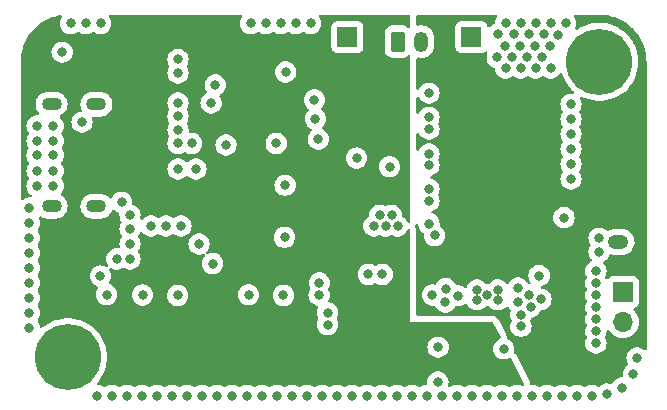
<source format=gbr>
%TF.GenerationSoftware,KiCad,Pcbnew,7.0.8*%
%TF.CreationDate,2024-12-11T22:25:20+01:00*%
%TF.ProjectId,LiPo_BuckBoost_Charger,4c69506f-5f42-4756-936b-426f6f73745f,rev?*%
%TF.SameCoordinates,Original*%
%TF.FileFunction,Copper,L3,Inr*%
%TF.FilePolarity,Positive*%
%FSLAX46Y46*%
G04 Gerber Fmt 4.6, Leading zero omitted, Abs format (unit mm)*
G04 Created by KiCad (PCBNEW 7.0.8) date 2024-12-11 22:25:20*
%MOMM*%
%LPD*%
G01*
G04 APERTURE LIST*
G04 Aperture macros list*
%AMRoundRect*
0 Rectangle with rounded corners*
0 $1 Rounding radius*
0 $2 $3 $4 $5 $6 $7 $8 $9 X,Y pos of 4 corners*
0 Add a 4 corners polygon primitive as box body*
4,1,4,$2,$3,$4,$5,$6,$7,$8,$9,$2,$3,0*
0 Add four circle primitives for the rounded corners*
1,1,$1+$1,$2,$3*
1,1,$1+$1,$4,$5*
1,1,$1+$1,$6,$7*
1,1,$1+$1,$8,$9*
0 Add four rect primitives between the rounded corners*
20,1,$1+$1,$2,$3,$4,$5,0*
20,1,$1+$1,$4,$5,$6,$7,0*
20,1,$1+$1,$6,$7,$8,$9,0*
20,1,$1+$1,$8,$9,$2,$3,0*%
G04 Aperture macros list end*
%TA.AperFunction,ComponentPad*%
%ADD10R,1.700000X1.700000*%
%TD*%
%TA.AperFunction,ComponentPad*%
%ADD11O,1.700000X1.700000*%
%TD*%
%TA.AperFunction,ComponentPad*%
%ADD12O,1.700000X1.100000*%
%TD*%
%TA.AperFunction,ComponentPad*%
%ADD13C,5.600000*%
%TD*%
%TA.AperFunction,ComponentPad*%
%ADD14RoundRect,0.250000X-0.625000X0.350000X-0.625000X-0.350000X0.625000X-0.350000X0.625000X0.350000X0*%
%TD*%
%TA.AperFunction,ComponentPad*%
%ADD15O,1.750000X1.200000*%
%TD*%
%TA.AperFunction,ComponentPad*%
%ADD16RoundRect,0.250000X-0.350000X-0.625000X0.350000X-0.625000X0.350000X0.625000X-0.350000X0.625000X0*%
%TD*%
%TA.AperFunction,ComponentPad*%
%ADD17O,1.200000X1.750000*%
%TD*%
%TA.AperFunction,ViaPad*%
%ADD18C,0.800000*%
%TD*%
G04 APERTURE END LIST*
D10*
%TO.N,+5V*%
%TO.C,J6*%
X122000000Y-33450000D03*
D11*
X122000000Y-35990000D03*
%TD*%
D12*
%TO.N,unconnected-(J1-SHIELD-PadS1)*%
%TO.C,J1*%
X77420000Y-30579340D03*
X73620000Y-30579340D03*
X77420000Y-39219340D03*
X73620000Y-39219340D03*
%TD*%
D13*
%TO.N,N/C*%
%TO.C,H2*%
X75000000Y-52000000D03*
%TD*%
D10*
%TO.N,+BATT*%
%TO.C,J3*%
X98670000Y-24887000D03*
%TD*%
D14*
%TO.N,+5V*%
%TO.C,J5*%
X121600000Y-40250000D03*
D15*
%TO.N,GND*%
X121600000Y-42250000D03*
%TD*%
D10*
%TO.N,-BATT*%
%TO.C,J4*%
X109170000Y-24887000D03*
%TD*%
D16*
%TO.N,+BATT*%
%TO.C,J2*%
X102920000Y-25280000D03*
D17*
%TO.N,-BATT*%
X104920000Y-25280000D03*
%TD*%
D13*
%TO.N,N/C*%
%TO.C,H1*%
X120000000Y-27000000D03*
%TD*%
D10*
%TO.N,GND*%
%TO.C,J7*%
X122000000Y-46500000D03*
D11*
X122000000Y-49040000D03*
%TD*%
D18*
%TO.N,Net-(D1-A)*%
X74520000Y-26180000D03*
X87475000Y-28956000D03*
%TO.N,GND*%
X79550000Y-38890000D03*
X116840000Y-55250000D03*
X112623600Y-26619200D03*
X111760000Y-55250000D03*
X79140000Y-43700000D03*
X112776000Y-24638000D03*
X119710000Y-50822000D03*
X105575000Y-40700000D03*
X116535200Y-24688800D03*
X119380000Y-55250000D03*
X120650000Y-55125000D03*
X80264000Y-41148000D03*
X114046000Y-24638000D03*
X83312000Y-40894000D03*
X73761600Y-37496140D03*
X77770000Y-23750000D03*
X115824000Y-25654000D03*
X72390000Y-37496140D03*
X115062000Y-47117000D03*
X84328000Y-33909000D03*
X85852000Y-36068000D03*
X115316000Y-24638000D03*
X97790000Y-55250000D03*
X112014000Y-25654000D03*
X105870000Y-46750000D03*
X105575000Y-34800000D03*
X85471000Y-33909000D03*
X113284000Y-25654000D03*
X113330000Y-23750000D03*
X123190000Y-52070000D03*
X73761600Y-32416140D03*
X94280000Y-23750000D03*
X91740000Y-23750000D03*
X119980000Y-41921000D03*
X110512500Y-46740000D03*
X109650000Y-47150000D03*
X84328000Y-27940000D03*
X109220000Y-55250000D03*
X106950000Y-47350000D03*
X91440000Y-55250000D03*
X84582000Y-40894000D03*
X119710000Y-49806000D03*
X111400000Y-46300000D03*
X82550000Y-55250000D03*
X114600000Y-23750000D03*
X113334800Y-27533600D03*
X93250000Y-46775000D03*
X117600000Y-34390000D03*
X109650000Y-46300000D03*
X119980000Y-43064000D03*
X80264000Y-39979600D03*
X71750000Y-48260000D03*
X102410000Y-40005000D03*
X71750000Y-49530000D03*
X117600000Y-36930000D03*
X72390000Y-36226140D03*
X122875000Y-53425000D03*
X96275000Y-46750000D03*
X93980000Y-55250000D03*
X100910000Y-40905000D03*
X73761600Y-33686140D03*
X76500000Y-23750000D03*
X90300000Y-46725000D03*
X106050000Y-41700000D03*
X81280000Y-55250000D03*
X114046000Y-46736000D03*
X71750000Y-39380000D03*
X101410000Y-40005000D03*
X71750000Y-41910000D03*
X88392000Y-34036000D03*
X117140000Y-23750000D03*
X112064800Y-27533600D03*
X112060000Y-23750000D03*
X119710000Y-48787000D03*
X101620000Y-45000000D03*
X99060000Y-55250000D03*
X115163600Y-26619200D03*
X73761600Y-34905340D03*
X115570000Y-55250000D03*
X84328000Y-26797000D03*
X72390000Y-33686140D03*
X71750000Y-45720000D03*
X117600000Y-33120000D03*
X95550000Y-23750000D03*
X113360000Y-49390000D03*
X100450000Y-45000000D03*
X71750000Y-46990000D03*
X107950000Y-55250000D03*
X117600000Y-31860000D03*
X78275000Y-46700000D03*
X105575000Y-38750000D03*
X97000000Y-48238000D03*
X96290000Y-45720000D03*
X111404400Y-24638000D03*
X117000000Y-40190000D03*
X75230000Y-23750000D03*
X78740000Y-55250000D03*
X102910000Y-40905000D03*
X111353600Y-26619200D03*
X93010000Y-23750000D03*
X121920000Y-54610000D03*
X84328000Y-30480000D03*
X105575000Y-31700000D03*
X117600000Y-35660000D03*
X113100000Y-47350000D03*
X77470000Y-55250000D03*
X115870000Y-23750000D03*
X114604800Y-27533600D03*
X90170000Y-55250000D03*
X71750000Y-43180000D03*
X83820000Y-55250000D03*
X119710000Y-46755000D03*
X90470000Y-23750000D03*
X105410000Y-55250000D03*
X105575000Y-35750000D03*
X113360000Y-48420000D03*
X84328000Y-32766000D03*
X119710000Y-45739000D03*
X119710000Y-44723000D03*
X71750000Y-40650000D03*
X97000000Y-49254000D03*
X117600000Y-30590000D03*
X105575000Y-37750000D03*
X72386509Y-34923130D03*
X92710000Y-55250000D03*
X114300000Y-55250000D03*
X105575000Y-29650000D03*
X86360000Y-55250000D03*
X71750000Y-44450000D03*
X102870000Y-55250000D03*
X82042000Y-40894000D03*
X80010000Y-55250000D03*
X80264000Y-43688000D03*
X73761600Y-36226140D03*
X110490000Y-55250000D03*
X106324400Y-54102000D03*
X118110000Y-55250000D03*
X114554000Y-25654000D03*
X76200000Y-32111340D03*
X95250000Y-55250000D03*
X81325000Y-46750000D03*
X115874800Y-27533600D03*
X80264000Y-42418000D03*
X84328000Y-36068000D03*
X100330000Y-55250000D03*
X87630000Y-55250000D03*
X77750000Y-45140000D03*
X84328000Y-31623000D03*
X101600000Y-55250000D03*
X113100000Y-46150000D03*
X107000000Y-46200000D03*
X88900000Y-55250000D03*
X86106000Y-42418000D03*
X106680000Y-55250000D03*
X113030000Y-55250000D03*
X72390000Y-32416140D03*
X106350000Y-51160000D03*
X114173000Y-47752000D03*
X96520000Y-55250000D03*
X105575000Y-32700000D03*
X111400000Y-47150000D03*
X101910000Y-40905000D03*
X113893600Y-26619200D03*
X84300000Y-46775000D03*
X85090000Y-55250000D03*
X108000000Y-46800000D03*
X104140000Y-55250000D03*
X119710000Y-47771000D03*
%TO.N,-BATT*%
X93400000Y-37450000D03*
X102250000Y-35880000D03*
%TO.N,+5V*%
X109800000Y-28975000D03*
X120000000Y-40643000D03*
X119750000Y-34266000D03*
X119750000Y-33250000D03*
X119750000Y-37317000D03*
X119750000Y-31250000D03*
X120000000Y-39500000D03*
X119750000Y-36301000D03*
X119750000Y-35282000D03*
X117030000Y-42180000D03*
X119750000Y-32250000D03*
%TO.N,Net-(U4-EN)*%
X111900000Y-51300000D03*
X114900000Y-45100000D03*
%TO.N,VBUS*%
X93350000Y-41850000D03*
X99450000Y-35150000D03*
%TO.N,Net-(JP1-A)*%
X87250000Y-44075000D03*
X87130000Y-30480000D03*
%TO.N,Net-(JP9-A)*%
X93450000Y-27850000D03*
X92640000Y-33900000D03*
%TO.N,VCC*%
X76180000Y-47960000D03*
X102160000Y-31620000D03*
X74800000Y-47940000D03*
X110700000Y-52900000D03*
X73330000Y-47970000D03*
X101070000Y-31620000D03*
X111500000Y-53400000D03*
X100010000Y-31630000D03*
X110700000Y-53900000D03*
%TO.N,Net-(Q1-G)*%
X95875000Y-30225000D03*
X96200000Y-33550000D03*
%TO.N,Net-(JP9-C)*%
X95960000Y-31820000D03*
%TD*%
%TA.AperFunction,Conductor*%
%TO.N,VCC*%
G36*
X89721641Y-23020185D02*
G01*
X89767396Y-23072989D01*
X89777340Y-23142147D01*
X89748315Y-23205703D01*
X89746752Y-23207472D01*
X89737466Y-23217785D01*
X89642821Y-23381715D01*
X89642818Y-23381722D01*
X89590446Y-23542908D01*
X89584326Y-23561744D01*
X89564540Y-23750000D01*
X89584326Y-23938256D01*
X89584327Y-23938259D01*
X89642818Y-24118277D01*
X89642821Y-24118284D01*
X89737467Y-24282216D01*
X89835000Y-24390537D01*
X89864129Y-24422888D01*
X90017265Y-24534148D01*
X90017270Y-24534151D01*
X90190192Y-24611142D01*
X90190197Y-24611144D01*
X90375354Y-24650500D01*
X90375355Y-24650500D01*
X90564644Y-24650500D01*
X90564646Y-24650500D01*
X90749803Y-24611144D01*
X90922730Y-24534151D01*
X91032117Y-24454676D01*
X91097920Y-24431198D01*
X91165974Y-24447023D01*
X91177871Y-24454668D01*
X91243299Y-24502204D01*
X91287270Y-24534151D01*
X91460192Y-24611142D01*
X91460197Y-24611144D01*
X91645354Y-24650500D01*
X91645355Y-24650500D01*
X91834644Y-24650500D01*
X91834646Y-24650500D01*
X92019803Y-24611144D01*
X92192730Y-24534151D01*
X92302117Y-24454676D01*
X92367920Y-24431198D01*
X92435974Y-24447023D01*
X92447871Y-24454668D01*
X92513299Y-24502204D01*
X92557270Y-24534151D01*
X92730192Y-24611142D01*
X92730197Y-24611144D01*
X92915354Y-24650500D01*
X92915355Y-24650500D01*
X93104644Y-24650500D01*
X93104646Y-24650500D01*
X93289803Y-24611144D01*
X93462730Y-24534151D01*
X93572117Y-24454676D01*
X93637920Y-24431198D01*
X93705974Y-24447023D01*
X93717871Y-24454668D01*
X93783299Y-24502204D01*
X93827270Y-24534151D01*
X94000192Y-24611142D01*
X94000197Y-24611144D01*
X94185354Y-24650500D01*
X94185355Y-24650500D01*
X94374644Y-24650500D01*
X94374646Y-24650500D01*
X94559803Y-24611144D01*
X94732730Y-24534151D01*
X94842117Y-24454676D01*
X94907920Y-24431198D01*
X94975974Y-24447023D01*
X94987871Y-24454668D01*
X95053299Y-24502204D01*
X95097270Y-24534151D01*
X95270192Y-24611142D01*
X95270197Y-24611144D01*
X95455354Y-24650500D01*
X95455355Y-24650500D01*
X95644644Y-24650500D01*
X95644646Y-24650500D01*
X95829803Y-24611144D01*
X96002730Y-24534151D01*
X96155871Y-24422888D01*
X96282533Y-24282216D01*
X96377179Y-24118284D01*
X96435674Y-23938256D01*
X96455460Y-23750000D01*
X96435674Y-23561744D01*
X96377179Y-23381716D01*
X96282533Y-23217784D01*
X96273247Y-23207471D01*
X96243018Y-23144481D01*
X96251643Y-23075145D01*
X96296385Y-23021480D01*
X96363037Y-23000522D01*
X96365398Y-23000500D01*
X103876000Y-23000500D01*
X103943039Y-23020185D01*
X103988794Y-23072989D01*
X104000000Y-23124500D01*
X104000000Y-24024270D01*
X103980315Y-24091309D01*
X103927511Y-24137064D01*
X103858353Y-24147008D01*
X103794797Y-24117983D01*
X103788319Y-24111951D01*
X103738657Y-24062289D01*
X103738656Y-24062288D01*
X103636691Y-23999396D01*
X103589336Y-23970187D01*
X103589331Y-23970185D01*
X103559488Y-23960296D01*
X103422797Y-23915001D01*
X103422795Y-23915000D01*
X103320010Y-23904500D01*
X102519998Y-23904500D01*
X102519980Y-23904501D01*
X102417203Y-23915000D01*
X102417200Y-23915001D01*
X102250668Y-23970185D01*
X102250663Y-23970187D01*
X102101342Y-24062289D01*
X101977289Y-24186342D01*
X101885187Y-24335663D01*
X101885185Y-24335668D01*
X101861443Y-24407318D01*
X101830001Y-24502203D01*
X101830001Y-24502204D01*
X101830000Y-24502204D01*
X101819500Y-24604983D01*
X101819500Y-25955001D01*
X101819501Y-25955018D01*
X101830000Y-26057796D01*
X101830001Y-26057799D01*
X101885185Y-26224331D01*
X101885187Y-26224336D01*
X101893306Y-26237499D01*
X101977288Y-26373656D01*
X102101344Y-26497712D01*
X102250666Y-26589814D01*
X102417203Y-26644999D01*
X102519991Y-26655500D01*
X103320008Y-26655499D01*
X103320016Y-26655498D01*
X103320019Y-26655498D01*
X103381143Y-26649254D01*
X103422797Y-26644999D01*
X103589334Y-26589814D01*
X103738656Y-26497712D01*
X103788319Y-26448049D01*
X103849642Y-26414564D01*
X103919334Y-26419548D01*
X103975267Y-26461420D01*
X103999684Y-26526884D01*
X104000000Y-26535730D01*
X104000000Y-40562689D01*
X103980315Y-40629728D01*
X103927511Y-40675483D01*
X103858353Y-40685427D01*
X103794797Y-40656402D01*
X103758069Y-40601007D01*
X103737181Y-40536722D01*
X103737180Y-40536721D01*
X103737179Y-40536716D01*
X103642533Y-40372784D01*
X103515871Y-40232112D01*
X103500731Y-40221112D01*
X103365420Y-40122803D01*
X103322754Y-40067473D01*
X103314985Y-40009520D01*
X103315032Y-40009066D01*
X103315460Y-40005000D01*
X103295674Y-39816744D01*
X103237179Y-39636716D01*
X103142533Y-39472784D01*
X103015871Y-39332112D01*
X102980911Y-39306712D01*
X102862734Y-39220851D01*
X102862729Y-39220848D01*
X102689807Y-39143857D01*
X102689802Y-39143855D01*
X102544001Y-39112865D01*
X102504646Y-39104500D01*
X102315354Y-39104500D01*
X102282897Y-39111398D01*
X102130197Y-39143855D01*
X102130192Y-39143857D01*
X101960436Y-39219439D01*
X101891186Y-39228724D01*
X101859564Y-39219439D01*
X101689807Y-39143857D01*
X101689802Y-39143855D01*
X101544001Y-39112865D01*
X101504646Y-39104500D01*
X101315354Y-39104500D01*
X101282897Y-39111398D01*
X101130197Y-39143855D01*
X101130192Y-39143857D01*
X100957270Y-39220848D01*
X100957265Y-39220851D01*
X100804129Y-39332111D01*
X100677466Y-39472785D01*
X100582821Y-39636715D01*
X100582818Y-39636722D01*
X100524327Y-39816740D01*
X100524326Y-39816744D01*
X100514292Y-39912216D01*
X100504540Y-40005001D01*
X100505016Y-40009532D01*
X100492442Y-40078261D01*
X100454580Y-40122803D01*
X100304127Y-40232113D01*
X100177466Y-40372785D01*
X100082821Y-40536715D01*
X100082818Y-40536722D01*
X100029766Y-40700000D01*
X100024326Y-40716744D01*
X100004540Y-40905000D01*
X100024326Y-41093256D01*
X100024327Y-41093259D01*
X100082818Y-41273277D01*
X100082821Y-41273284D01*
X100177467Y-41437216D01*
X100271565Y-41541722D01*
X100304129Y-41577888D01*
X100457265Y-41689148D01*
X100457270Y-41689151D01*
X100630192Y-41766142D01*
X100630197Y-41766144D01*
X100815354Y-41805500D01*
X100815355Y-41805500D01*
X101004644Y-41805500D01*
X101004646Y-41805500D01*
X101189803Y-41766144D01*
X101359566Y-41690559D01*
X101428813Y-41681275D01*
X101460430Y-41690557D01*
X101630197Y-41766144D01*
X101815354Y-41805500D01*
X101815355Y-41805500D01*
X102004644Y-41805500D01*
X102004646Y-41805500D01*
X102189803Y-41766144D01*
X102359566Y-41690559D01*
X102428813Y-41681275D01*
X102460430Y-41690557D01*
X102630197Y-41766144D01*
X102815354Y-41805500D01*
X102815355Y-41805500D01*
X103004644Y-41805500D01*
X103004646Y-41805500D01*
X103189803Y-41766144D01*
X103362730Y-41689151D01*
X103515871Y-41577888D01*
X103642533Y-41437216D01*
X103737179Y-41273284D01*
X103758069Y-41208992D01*
X103797506Y-41151317D01*
X103861865Y-41124118D01*
X103930711Y-41136033D01*
X103982187Y-41183277D01*
X104000000Y-41247310D01*
X104000000Y-49000000D01*
X110923364Y-49000000D01*
X110990403Y-49019685D01*
X111034273Y-49068546D01*
X111643365Y-50286731D01*
X111655740Y-50355496D01*
X111628972Y-50420035D01*
X111582893Y-50455464D01*
X111447267Y-50515850D01*
X111447265Y-50515851D01*
X111294129Y-50627111D01*
X111167466Y-50767785D01*
X111072821Y-50931715D01*
X111072818Y-50931722D01*
X111014327Y-51111740D01*
X111014326Y-51111744D01*
X110994540Y-51300000D01*
X111014326Y-51488256D01*
X111014327Y-51488259D01*
X111072818Y-51668277D01*
X111072821Y-51668284D01*
X111167467Y-51832216D01*
X111268251Y-51944148D01*
X111294129Y-51972888D01*
X111447265Y-52084148D01*
X111447270Y-52084151D01*
X111620192Y-52161142D01*
X111620197Y-52161144D01*
X111805354Y-52200500D01*
X111805355Y-52200500D01*
X111994644Y-52200500D01*
X111994646Y-52200500D01*
X112179803Y-52161144D01*
X112352730Y-52084151D01*
X112373255Y-52069238D01*
X112439060Y-52045758D01*
X112507114Y-52061583D01*
X112555810Y-52111688D01*
X112557050Y-52114101D01*
X113649841Y-54299682D01*
X113662216Y-54368448D01*
X113635448Y-54432987D01*
X113578038Y-54472809D01*
X113508212Y-54475271D01*
X113488496Y-54468416D01*
X113309807Y-54388857D01*
X113309802Y-54388855D01*
X113133161Y-54351310D01*
X113124646Y-54349500D01*
X112935354Y-54349500D01*
X112926839Y-54351310D01*
X112750197Y-54388855D01*
X112750192Y-54388857D01*
X112577270Y-54465848D01*
X112577265Y-54465851D01*
X112467885Y-54545321D01*
X112402079Y-54568801D01*
X112334025Y-54552975D01*
X112322115Y-54545321D01*
X112212734Y-54465851D01*
X112212729Y-54465848D01*
X112039807Y-54388857D01*
X112039802Y-54388855D01*
X111863161Y-54351310D01*
X111854646Y-54349500D01*
X111665354Y-54349500D01*
X111656839Y-54351310D01*
X111480197Y-54388855D01*
X111480192Y-54388857D01*
X111307270Y-54465848D01*
X111307265Y-54465851D01*
X111197885Y-54545321D01*
X111132079Y-54568801D01*
X111064025Y-54552975D01*
X111052115Y-54545321D01*
X110942734Y-54465851D01*
X110942729Y-54465848D01*
X110769807Y-54388857D01*
X110769802Y-54388855D01*
X110593161Y-54351310D01*
X110584646Y-54349500D01*
X110395354Y-54349500D01*
X110386839Y-54351310D01*
X110210197Y-54388855D01*
X110210192Y-54388857D01*
X110037270Y-54465848D01*
X110037265Y-54465851D01*
X109927885Y-54545321D01*
X109862079Y-54568801D01*
X109794025Y-54552975D01*
X109782115Y-54545321D01*
X109672734Y-54465851D01*
X109672729Y-54465848D01*
X109499807Y-54388857D01*
X109499802Y-54388855D01*
X109323161Y-54351310D01*
X109314646Y-54349500D01*
X109125354Y-54349500D01*
X109116839Y-54351310D01*
X108940197Y-54388855D01*
X108940192Y-54388857D01*
X108767270Y-54465848D01*
X108767265Y-54465851D01*
X108657885Y-54545321D01*
X108592079Y-54568801D01*
X108524025Y-54552975D01*
X108512115Y-54545321D01*
X108402734Y-54465851D01*
X108402729Y-54465848D01*
X108229807Y-54388857D01*
X108229802Y-54388855D01*
X108053161Y-54351310D01*
X108044646Y-54349500D01*
X107855354Y-54349500D01*
X107846839Y-54351310D01*
X107670197Y-54388855D01*
X107670192Y-54388857D01*
X107497271Y-54465848D01*
X107387884Y-54545322D01*
X107322077Y-54568801D01*
X107254023Y-54552975D01*
X107242115Y-54545322D01*
X107222027Y-54530727D01*
X107179364Y-54475399D01*
X107173385Y-54405785D01*
X107176978Y-54392112D01*
X107210074Y-54290256D01*
X107229860Y-54102000D01*
X107210074Y-53913744D01*
X107151579Y-53733716D01*
X107056933Y-53569784D01*
X106930271Y-53429112D01*
X106930270Y-53429111D01*
X106777134Y-53317851D01*
X106777129Y-53317848D01*
X106604207Y-53240857D01*
X106604202Y-53240855D01*
X106458401Y-53209865D01*
X106419046Y-53201500D01*
X106229754Y-53201500D01*
X106197297Y-53208398D01*
X106044597Y-53240855D01*
X106044592Y-53240857D01*
X105871670Y-53317848D01*
X105871665Y-53317851D01*
X105718529Y-53429111D01*
X105591866Y-53569785D01*
X105497221Y-53733715D01*
X105497218Y-53733722D01*
X105438727Y-53913740D01*
X105438726Y-53913744D01*
X105418940Y-54102000D01*
X105430575Y-54212708D01*
X105418006Y-54281436D01*
X105370274Y-54332460D01*
X105320224Y-54348988D01*
X105315354Y-54349500D01*
X105130197Y-54388855D01*
X105130192Y-54388857D01*
X104957270Y-54465848D01*
X104957265Y-54465851D01*
X104847885Y-54545321D01*
X104782079Y-54568801D01*
X104714025Y-54552975D01*
X104702115Y-54545321D01*
X104592734Y-54465851D01*
X104592729Y-54465848D01*
X104419807Y-54388857D01*
X104419802Y-54388855D01*
X104243161Y-54351310D01*
X104234646Y-54349500D01*
X104045354Y-54349500D01*
X104036839Y-54351310D01*
X103860197Y-54388855D01*
X103860192Y-54388857D01*
X103687270Y-54465848D01*
X103687265Y-54465851D01*
X103577885Y-54545321D01*
X103512079Y-54568801D01*
X103444025Y-54552975D01*
X103432115Y-54545321D01*
X103322734Y-54465851D01*
X103322729Y-54465848D01*
X103149807Y-54388857D01*
X103149802Y-54388855D01*
X102973161Y-54351310D01*
X102964646Y-54349500D01*
X102775354Y-54349500D01*
X102766839Y-54351310D01*
X102590197Y-54388855D01*
X102590192Y-54388857D01*
X102417270Y-54465848D01*
X102417265Y-54465851D01*
X102307885Y-54545321D01*
X102242079Y-54568801D01*
X102174025Y-54552975D01*
X102162115Y-54545321D01*
X102052734Y-54465851D01*
X102052729Y-54465848D01*
X101879807Y-54388857D01*
X101879802Y-54388855D01*
X101703161Y-54351310D01*
X101694646Y-54349500D01*
X101505354Y-54349500D01*
X101496839Y-54351310D01*
X101320197Y-54388855D01*
X101320192Y-54388857D01*
X101147270Y-54465848D01*
X101147265Y-54465851D01*
X101037885Y-54545321D01*
X100972079Y-54568801D01*
X100904025Y-54552975D01*
X100892115Y-54545321D01*
X100782734Y-54465851D01*
X100782729Y-54465848D01*
X100609807Y-54388857D01*
X100609802Y-54388855D01*
X100433161Y-54351310D01*
X100424646Y-54349500D01*
X100235354Y-54349500D01*
X100226839Y-54351310D01*
X100050197Y-54388855D01*
X100050192Y-54388857D01*
X99877270Y-54465848D01*
X99877265Y-54465851D01*
X99767885Y-54545321D01*
X99702079Y-54568801D01*
X99634025Y-54552975D01*
X99622115Y-54545321D01*
X99512734Y-54465851D01*
X99512729Y-54465848D01*
X99339807Y-54388857D01*
X99339802Y-54388855D01*
X99163161Y-54351310D01*
X99154646Y-54349500D01*
X98965354Y-54349500D01*
X98956839Y-54351310D01*
X98780197Y-54388855D01*
X98780192Y-54388857D01*
X98607270Y-54465848D01*
X98607265Y-54465851D01*
X98497885Y-54545321D01*
X98432079Y-54568801D01*
X98364025Y-54552975D01*
X98352115Y-54545321D01*
X98242734Y-54465851D01*
X98242729Y-54465848D01*
X98069807Y-54388857D01*
X98069802Y-54388855D01*
X97893161Y-54351310D01*
X97884646Y-54349500D01*
X97695354Y-54349500D01*
X97686839Y-54351310D01*
X97510197Y-54388855D01*
X97510192Y-54388857D01*
X97337270Y-54465848D01*
X97337265Y-54465851D01*
X97227885Y-54545321D01*
X97162079Y-54568801D01*
X97094025Y-54552975D01*
X97082115Y-54545321D01*
X96972734Y-54465851D01*
X96972729Y-54465848D01*
X96799807Y-54388857D01*
X96799802Y-54388855D01*
X96623161Y-54351310D01*
X96614646Y-54349500D01*
X96425354Y-54349500D01*
X96416839Y-54351310D01*
X96240197Y-54388855D01*
X96240192Y-54388857D01*
X96067270Y-54465848D01*
X96067265Y-54465851D01*
X95957885Y-54545321D01*
X95892079Y-54568801D01*
X95824025Y-54552975D01*
X95812115Y-54545321D01*
X95702734Y-54465851D01*
X95702729Y-54465848D01*
X95529807Y-54388857D01*
X95529802Y-54388855D01*
X95353161Y-54351310D01*
X95344646Y-54349500D01*
X95155354Y-54349500D01*
X95146839Y-54351310D01*
X94970197Y-54388855D01*
X94970192Y-54388857D01*
X94797270Y-54465848D01*
X94797265Y-54465851D01*
X94687885Y-54545321D01*
X94622079Y-54568801D01*
X94554025Y-54552975D01*
X94542115Y-54545321D01*
X94432734Y-54465851D01*
X94432729Y-54465848D01*
X94259807Y-54388857D01*
X94259802Y-54388855D01*
X94083161Y-54351310D01*
X94074646Y-54349500D01*
X93885354Y-54349500D01*
X93876839Y-54351310D01*
X93700197Y-54388855D01*
X93700192Y-54388857D01*
X93527270Y-54465848D01*
X93527265Y-54465851D01*
X93417885Y-54545321D01*
X93352079Y-54568801D01*
X93284025Y-54552975D01*
X93272115Y-54545321D01*
X93162734Y-54465851D01*
X93162729Y-54465848D01*
X92989807Y-54388857D01*
X92989802Y-54388855D01*
X92813161Y-54351310D01*
X92804646Y-54349500D01*
X92615354Y-54349500D01*
X92606839Y-54351310D01*
X92430197Y-54388855D01*
X92430192Y-54388857D01*
X92257270Y-54465848D01*
X92257265Y-54465851D01*
X92147885Y-54545321D01*
X92082079Y-54568801D01*
X92014025Y-54552975D01*
X92002115Y-54545321D01*
X91892734Y-54465851D01*
X91892729Y-54465848D01*
X91719807Y-54388857D01*
X91719802Y-54388855D01*
X91543161Y-54351310D01*
X91534646Y-54349500D01*
X91345354Y-54349500D01*
X91336839Y-54351310D01*
X91160197Y-54388855D01*
X91160192Y-54388857D01*
X90987270Y-54465848D01*
X90987265Y-54465851D01*
X90877885Y-54545321D01*
X90812079Y-54568801D01*
X90744025Y-54552975D01*
X90732115Y-54545321D01*
X90622734Y-54465851D01*
X90622729Y-54465848D01*
X90449807Y-54388857D01*
X90449802Y-54388855D01*
X90273161Y-54351310D01*
X90264646Y-54349500D01*
X90075354Y-54349500D01*
X90066839Y-54351310D01*
X89890197Y-54388855D01*
X89890192Y-54388857D01*
X89717270Y-54465848D01*
X89717265Y-54465851D01*
X89607885Y-54545321D01*
X89542079Y-54568801D01*
X89474025Y-54552975D01*
X89462115Y-54545321D01*
X89352734Y-54465851D01*
X89352729Y-54465848D01*
X89179807Y-54388857D01*
X89179802Y-54388855D01*
X89003161Y-54351310D01*
X88994646Y-54349500D01*
X88805354Y-54349500D01*
X88796839Y-54351310D01*
X88620197Y-54388855D01*
X88620192Y-54388857D01*
X88447270Y-54465848D01*
X88447265Y-54465851D01*
X88337885Y-54545321D01*
X88272079Y-54568801D01*
X88204025Y-54552975D01*
X88192115Y-54545321D01*
X88082734Y-54465851D01*
X88082729Y-54465848D01*
X87909807Y-54388857D01*
X87909802Y-54388855D01*
X87733161Y-54351310D01*
X87724646Y-54349500D01*
X87535354Y-54349500D01*
X87526839Y-54351310D01*
X87350197Y-54388855D01*
X87350192Y-54388857D01*
X87177270Y-54465848D01*
X87177265Y-54465851D01*
X87067885Y-54545321D01*
X87002079Y-54568801D01*
X86934025Y-54552975D01*
X86922115Y-54545321D01*
X86812734Y-54465851D01*
X86812729Y-54465848D01*
X86639807Y-54388857D01*
X86639802Y-54388855D01*
X86463161Y-54351310D01*
X86454646Y-54349500D01*
X86265354Y-54349500D01*
X86256839Y-54351310D01*
X86080197Y-54388855D01*
X86080192Y-54388857D01*
X85907270Y-54465848D01*
X85907265Y-54465851D01*
X85797885Y-54545321D01*
X85732079Y-54568801D01*
X85664025Y-54552975D01*
X85652115Y-54545321D01*
X85542734Y-54465851D01*
X85542729Y-54465848D01*
X85369807Y-54388857D01*
X85369802Y-54388855D01*
X85193161Y-54351310D01*
X85184646Y-54349500D01*
X84995354Y-54349500D01*
X84986839Y-54351310D01*
X84810197Y-54388855D01*
X84810192Y-54388857D01*
X84637270Y-54465848D01*
X84637265Y-54465851D01*
X84527885Y-54545321D01*
X84462079Y-54568801D01*
X84394025Y-54552975D01*
X84382115Y-54545321D01*
X84272734Y-54465851D01*
X84272729Y-54465848D01*
X84099807Y-54388857D01*
X84099802Y-54388855D01*
X83923161Y-54351310D01*
X83914646Y-54349500D01*
X83725354Y-54349500D01*
X83716839Y-54351310D01*
X83540197Y-54388855D01*
X83540192Y-54388857D01*
X83367270Y-54465848D01*
X83367265Y-54465851D01*
X83257885Y-54545321D01*
X83192079Y-54568801D01*
X83124025Y-54552975D01*
X83112115Y-54545321D01*
X83002734Y-54465851D01*
X83002729Y-54465848D01*
X82829807Y-54388857D01*
X82829802Y-54388855D01*
X82653161Y-54351310D01*
X82644646Y-54349500D01*
X82455354Y-54349500D01*
X82446839Y-54351310D01*
X82270197Y-54388855D01*
X82270192Y-54388857D01*
X82097270Y-54465848D01*
X82097265Y-54465851D01*
X81987885Y-54545321D01*
X81922079Y-54568801D01*
X81854025Y-54552975D01*
X81842115Y-54545321D01*
X81732734Y-54465851D01*
X81732729Y-54465848D01*
X81559807Y-54388857D01*
X81559802Y-54388855D01*
X81383161Y-54351310D01*
X81374646Y-54349500D01*
X81185354Y-54349500D01*
X81176839Y-54351310D01*
X81000197Y-54388855D01*
X81000192Y-54388857D01*
X80827270Y-54465848D01*
X80827265Y-54465851D01*
X80717885Y-54545321D01*
X80652079Y-54568801D01*
X80584025Y-54552975D01*
X80572115Y-54545321D01*
X80462734Y-54465851D01*
X80462729Y-54465848D01*
X80289807Y-54388857D01*
X80289802Y-54388855D01*
X80113161Y-54351310D01*
X80104646Y-54349500D01*
X79915354Y-54349500D01*
X79906839Y-54351310D01*
X79730197Y-54388855D01*
X79730192Y-54388857D01*
X79557270Y-54465848D01*
X79557265Y-54465851D01*
X79447885Y-54545321D01*
X79382079Y-54568801D01*
X79314025Y-54552975D01*
X79302115Y-54545321D01*
X79192734Y-54465851D01*
X79192729Y-54465848D01*
X79019807Y-54388857D01*
X79019802Y-54388855D01*
X78843161Y-54351310D01*
X78834646Y-54349500D01*
X78645354Y-54349500D01*
X78636839Y-54351310D01*
X78460197Y-54388855D01*
X78460192Y-54388857D01*
X78287270Y-54465848D01*
X78287265Y-54465851D01*
X78177885Y-54545321D01*
X78112079Y-54568801D01*
X78044025Y-54552975D01*
X78032115Y-54545321D01*
X77922734Y-54465851D01*
X77922729Y-54465848D01*
X77749807Y-54388857D01*
X77749802Y-54388855D01*
X77573162Y-54351310D01*
X77511680Y-54318118D01*
X77477904Y-54256955D01*
X77482556Y-54187240D01*
X77504433Y-54149746D01*
X77631365Y-54000311D01*
X77832211Y-53704085D01*
X77999853Y-53387880D01*
X78132324Y-53055403D01*
X78228071Y-52710552D01*
X78253854Y-52553285D01*
X78285970Y-52357385D01*
X78285970Y-52357382D01*
X78285972Y-52357371D01*
X78305348Y-52000000D01*
X78285972Y-51642629D01*
X78260664Y-51488259D01*
X78228073Y-51289460D01*
X78228072Y-51289459D01*
X78228071Y-51289448D01*
X78192130Y-51160000D01*
X105444540Y-51160000D01*
X105464326Y-51348256D01*
X105464327Y-51348259D01*
X105522818Y-51528277D01*
X105522821Y-51528284D01*
X105617467Y-51692216D01*
X105743522Y-51832214D01*
X105744129Y-51832888D01*
X105897265Y-51944148D01*
X105897270Y-51944151D01*
X106070192Y-52021142D01*
X106070197Y-52021144D01*
X106255354Y-52060500D01*
X106255355Y-52060500D01*
X106444644Y-52060500D01*
X106444646Y-52060500D01*
X106629803Y-52021144D01*
X106802730Y-51944151D01*
X106955871Y-51832888D01*
X107082533Y-51692216D01*
X107177179Y-51528284D01*
X107235674Y-51348256D01*
X107255460Y-51160000D01*
X107235674Y-50971744D01*
X107177179Y-50791716D01*
X107082533Y-50627784D01*
X106955871Y-50487112D01*
X106955870Y-50487111D01*
X106802734Y-50375851D01*
X106802729Y-50375848D01*
X106629807Y-50298857D01*
X106629802Y-50298855D01*
X106484001Y-50267865D01*
X106444646Y-50259500D01*
X106255354Y-50259500D01*
X106222897Y-50266398D01*
X106070197Y-50298855D01*
X106070192Y-50298857D01*
X105897270Y-50375848D01*
X105897265Y-50375851D01*
X105744129Y-50487111D01*
X105617466Y-50627785D01*
X105522821Y-50791715D01*
X105522818Y-50791722D01*
X105473143Y-50944607D01*
X105464326Y-50971744D01*
X105444540Y-51160000D01*
X78192130Y-51160000D01*
X78132324Y-50944597D01*
X78006094Y-50627784D01*
X77999857Y-50612129D01*
X77999848Y-50612111D01*
X77832215Y-50295922D01*
X77832213Y-50295919D01*
X77832211Y-50295915D01*
X77631365Y-49999689D01*
X77631361Y-49999684D01*
X77631358Y-49999680D01*
X77399668Y-49726914D01*
X77289204Y-49622277D01*
X77139837Y-49480789D01*
X77139830Y-49480783D01*
X77139827Y-49480781D01*
X76956926Y-49341744D01*
X76854919Y-49264200D01*
X76548253Y-49079685D01*
X76548252Y-49079684D01*
X76548248Y-49079682D01*
X76548244Y-49079680D01*
X76223447Y-48929414D01*
X76223441Y-48929411D01*
X76223435Y-48929409D01*
X76053854Y-48872270D01*
X75884273Y-48815131D01*
X75534744Y-48738194D01*
X75178949Y-48699500D01*
X75178948Y-48699500D01*
X74821052Y-48699500D01*
X74821050Y-48699500D01*
X74465255Y-48738194D01*
X74115726Y-48815131D01*
X73878687Y-48895000D01*
X73776565Y-48929409D01*
X73776563Y-48929410D01*
X73776552Y-48929414D01*
X73451755Y-49079680D01*
X73451751Y-49079682D01*
X73223367Y-49217096D01*
X73145081Y-49264200D01*
X73056768Y-49331333D01*
X72860172Y-49480781D01*
X72860163Y-49480789D01*
X72851631Y-49488871D01*
X72789423Y-49520682D01*
X72719892Y-49513811D01*
X72665114Y-49470439D01*
X72643038Y-49411809D01*
X72635674Y-49341744D01*
X72577179Y-49161716D01*
X72482533Y-48997784D01*
X72464693Y-48977971D01*
X72434464Y-48914981D01*
X72443089Y-48845646D01*
X72464694Y-48812028D01*
X72468321Y-48808000D01*
X72482533Y-48792216D01*
X72577179Y-48628284D01*
X72635674Y-48448256D01*
X72655460Y-48260000D01*
X72635674Y-48071744D01*
X72577179Y-47891716D01*
X72482533Y-47727784D01*
X72464693Y-47707971D01*
X72434464Y-47644981D01*
X72443089Y-47575646D01*
X72464694Y-47542028D01*
X72466771Y-47539721D01*
X72482533Y-47522216D01*
X72577179Y-47358284D01*
X72635674Y-47178256D01*
X72655460Y-46990000D01*
X72635674Y-46801744D01*
X72577179Y-46621716D01*
X72482533Y-46457784D01*
X72464693Y-46437971D01*
X72434464Y-46374981D01*
X72443089Y-46305646D01*
X72464694Y-46272028D01*
X72468515Y-46267784D01*
X72482533Y-46252216D01*
X72577179Y-46088284D01*
X72635674Y-45908256D01*
X72655460Y-45720000D01*
X72635674Y-45531744D01*
X72577179Y-45351716D01*
X72482533Y-45187784D01*
X72464693Y-45167971D01*
X72434464Y-45104981D01*
X72443089Y-45035646D01*
X72464694Y-45002028D01*
X72466520Y-45000000D01*
X72482533Y-44982216D01*
X72577179Y-44818284D01*
X72635674Y-44638256D01*
X72655460Y-44450000D01*
X72635674Y-44261744D01*
X72577179Y-44081716D01*
X72482533Y-43917784D01*
X72464693Y-43897971D01*
X72434464Y-43834981D01*
X72443089Y-43765646D01*
X72464694Y-43732028D01*
X72482533Y-43712216D01*
X72577179Y-43548284D01*
X72635674Y-43368256D01*
X72655460Y-43180000D01*
X72635674Y-42991744D01*
X72577179Y-42811716D01*
X72482533Y-42647784D01*
X72464693Y-42627971D01*
X72434464Y-42564981D01*
X72443089Y-42495646D01*
X72464694Y-42462028D01*
X72482533Y-42442216D01*
X72577179Y-42278284D01*
X72635674Y-42098256D01*
X72655460Y-41910000D01*
X72635674Y-41721744D01*
X72577179Y-41541716D01*
X72482533Y-41377784D01*
X72469194Y-41362970D01*
X72438966Y-41299981D01*
X72447591Y-41230646D01*
X72469193Y-41197030D01*
X72482533Y-41182216D01*
X72577179Y-41018284D01*
X72635674Y-40838256D01*
X72655460Y-40650000D01*
X72635674Y-40461744D01*
X72577179Y-40281716D01*
X72570271Y-40269752D01*
X72553798Y-40201853D01*
X72576650Y-40135826D01*
X72631571Y-40092635D01*
X72701124Y-40085993D01*
X72736109Y-40098393D01*
X72916046Y-40194572D01*
X73114066Y-40254640D01*
X73114065Y-40254640D01*
X73152647Y-40258440D01*
X73268392Y-40269840D01*
X73268395Y-40269840D01*
X73971605Y-40269840D01*
X73971608Y-40269840D01*
X74125934Y-40254640D01*
X74323954Y-40194572D01*
X74506450Y-40097025D01*
X74666410Y-39965750D01*
X74797685Y-39805790D01*
X74895232Y-39623294D01*
X74955300Y-39425274D01*
X74975583Y-39219340D01*
X76064417Y-39219340D01*
X76084699Y-39425272D01*
X76084700Y-39425274D01*
X76144768Y-39623294D01*
X76242315Y-39805790D01*
X76251305Y-39816744D01*
X76373589Y-39965750D01*
X76470209Y-40045042D01*
X76533550Y-40097025D01*
X76716046Y-40194572D01*
X76914066Y-40254640D01*
X76914065Y-40254640D01*
X76952647Y-40258440D01*
X77068392Y-40269840D01*
X77068395Y-40269840D01*
X77771605Y-40269840D01*
X77771608Y-40269840D01*
X77925934Y-40254640D01*
X78123954Y-40194572D01*
X78306450Y-40097025D01*
X78466410Y-39965750D01*
X78597685Y-39805790D01*
X78695232Y-39623294D01*
X78707877Y-39581608D01*
X78746173Y-39523171D01*
X78809985Y-39494714D01*
X78879052Y-39505273D01*
X78918684Y-39534629D01*
X78944129Y-39562888D01*
X78969898Y-39581610D01*
X79097265Y-39674148D01*
X79097270Y-39674151D01*
X79270191Y-39751142D01*
X79270194Y-39751143D01*
X79270195Y-39751143D01*
X79270197Y-39751144D01*
X79270882Y-39751289D01*
X79271239Y-39751482D01*
X79276372Y-39753150D01*
X79276067Y-39754088D01*
X79332364Y-39784479D01*
X79366142Y-39845641D01*
X79368425Y-39885540D01*
X79358540Y-39979599D01*
X79358540Y-39979600D01*
X79378326Y-40167856D01*
X79378327Y-40167859D01*
X79436818Y-40347877D01*
X79436821Y-40347884D01*
X79525684Y-40501800D01*
X79542157Y-40569701D01*
X79525684Y-40625800D01*
X79436821Y-40779715D01*
X79436818Y-40779722D01*
X79392588Y-40915849D01*
X79378326Y-40959744D01*
X79358540Y-41148000D01*
X79378326Y-41336256D01*
X79378327Y-41336259D01*
X79436818Y-41516277D01*
X79436820Y-41516281D01*
X79436821Y-41516284D01*
X79531467Y-41680216D01*
X79539512Y-41689151D01*
X79549307Y-41700030D01*
X79579535Y-41763022D01*
X79570909Y-41832357D01*
X79549307Y-41865970D01*
X79531466Y-41885785D01*
X79436821Y-42049715D01*
X79436818Y-42049722D01*
X79378327Y-42229740D01*
X79378326Y-42229744D01*
X79358540Y-42418000D01*
X79378326Y-42606256D01*
X79378326Y-42606258D01*
X79378327Y-42606260D01*
X79390063Y-42642381D01*
X79392058Y-42712222D01*
X79355977Y-42772055D01*
X79293276Y-42802882D01*
X79246356Y-42801989D01*
X79234646Y-42799500D01*
X79045354Y-42799500D01*
X79029443Y-42802882D01*
X78860197Y-42838855D01*
X78860192Y-42838857D01*
X78687270Y-42915848D01*
X78687265Y-42915851D01*
X78534129Y-43027111D01*
X78407466Y-43167785D01*
X78312821Y-43331715D01*
X78312818Y-43331722D01*
X78258226Y-43499740D01*
X78254326Y-43511744D01*
X78234540Y-43700000D01*
X78254326Y-43888256D01*
X78254327Y-43888259D01*
X78312818Y-44068277D01*
X78312821Y-44068284D01*
X78386670Y-44196195D01*
X78403143Y-44264096D01*
X78380290Y-44330122D01*
X78325369Y-44373313D01*
X78255815Y-44379954D01*
X78206401Y-44358515D01*
X78202737Y-44355853D01*
X78202729Y-44355848D01*
X78029807Y-44278857D01*
X78029802Y-44278855D01*
X77884001Y-44247865D01*
X77844646Y-44239500D01*
X77655354Y-44239500D01*
X77622897Y-44246398D01*
X77470197Y-44278855D01*
X77470192Y-44278857D01*
X77297270Y-44355848D01*
X77297265Y-44355851D01*
X77144129Y-44467111D01*
X77017466Y-44607785D01*
X76922821Y-44771715D01*
X76922818Y-44771722D01*
X76864327Y-44951740D01*
X76864326Y-44951744D01*
X76844540Y-45140000D01*
X76864326Y-45328256D01*
X76864327Y-45328259D01*
X76922818Y-45508277D01*
X76922821Y-45508284D01*
X77017467Y-45672216D01*
X77118251Y-45784148D01*
X77144129Y-45812888D01*
X77297265Y-45924148D01*
X77297270Y-45924151D01*
X77476134Y-46003788D01*
X77475187Y-46005912D01*
X77524095Y-46039345D01*
X77551302Y-46103700D01*
X77539397Y-46172548D01*
X77535500Y-46179850D01*
X77447820Y-46331718D01*
X77447818Y-46331722D01*
X77389327Y-46511740D01*
X77389326Y-46511744D01*
X77369540Y-46700000D01*
X77389326Y-46888256D01*
X77389327Y-46888259D01*
X77447818Y-47068277D01*
X77447821Y-47068284D01*
X77542467Y-47232216D01*
X77669129Y-47372888D01*
X77822265Y-47484148D01*
X77822270Y-47484151D01*
X77995192Y-47561142D01*
X77995197Y-47561144D01*
X78180354Y-47600500D01*
X78180355Y-47600500D01*
X78369644Y-47600500D01*
X78369646Y-47600500D01*
X78554803Y-47561144D01*
X78727730Y-47484151D01*
X78880871Y-47372888D01*
X79007533Y-47232216D01*
X79102179Y-47068284D01*
X79160674Y-46888256D01*
X79175205Y-46750000D01*
X80419540Y-46750000D01*
X80439326Y-46938256D01*
X80439327Y-46938259D01*
X80497818Y-47118277D01*
X80497819Y-47118279D01*
X80497821Y-47118284D01*
X80592467Y-47282216D01*
X80696619Y-47397888D01*
X80719129Y-47422888D01*
X80872265Y-47534148D01*
X80872270Y-47534151D01*
X81045192Y-47611142D01*
X81045197Y-47611144D01*
X81230354Y-47650500D01*
X81230355Y-47650500D01*
X81419644Y-47650500D01*
X81419646Y-47650500D01*
X81604803Y-47611144D01*
X81777730Y-47534151D01*
X81930871Y-47422888D01*
X82057533Y-47282216D01*
X82152179Y-47118284D01*
X82210674Y-46938256D01*
X82227832Y-46775000D01*
X83394540Y-46775000D01*
X83414326Y-46963256D01*
X83414327Y-46963259D01*
X83472818Y-47143277D01*
X83472821Y-47143284D01*
X83567467Y-47307216D01*
X83649109Y-47397888D01*
X83694129Y-47447888D01*
X83847265Y-47559148D01*
X83847270Y-47559151D01*
X84020192Y-47636142D01*
X84020197Y-47636144D01*
X84205354Y-47675500D01*
X84205355Y-47675500D01*
X84394644Y-47675500D01*
X84394646Y-47675500D01*
X84579803Y-47636144D01*
X84752730Y-47559151D01*
X84905871Y-47447888D01*
X85032533Y-47307216D01*
X85127179Y-47143284D01*
X85185674Y-46963256D01*
X85205460Y-46775000D01*
X85200205Y-46725000D01*
X89394540Y-46725000D01*
X89414326Y-46913256D01*
X89414327Y-46913259D01*
X89472818Y-47093277D01*
X89472821Y-47093284D01*
X89567467Y-47257216D01*
X89671619Y-47372888D01*
X89694129Y-47397888D01*
X89847265Y-47509148D01*
X89847270Y-47509151D01*
X90020192Y-47586142D01*
X90020197Y-47586144D01*
X90205354Y-47625500D01*
X90205355Y-47625500D01*
X90394644Y-47625500D01*
X90394646Y-47625500D01*
X90579803Y-47586144D01*
X90752730Y-47509151D01*
X90905871Y-47397888D01*
X91032533Y-47257216D01*
X91127179Y-47093284D01*
X91185674Y-46913256D01*
X91200205Y-46775000D01*
X92344540Y-46775000D01*
X92364326Y-46963256D01*
X92364327Y-46963259D01*
X92422818Y-47143277D01*
X92422821Y-47143284D01*
X92517467Y-47307216D01*
X92599109Y-47397888D01*
X92644129Y-47447888D01*
X92797265Y-47559148D01*
X92797270Y-47559151D01*
X92970192Y-47636142D01*
X92970197Y-47636144D01*
X93155354Y-47675500D01*
X93155355Y-47675500D01*
X93344644Y-47675500D01*
X93344646Y-47675500D01*
X93529803Y-47636144D01*
X93702730Y-47559151D01*
X93855871Y-47447888D01*
X93982533Y-47307216D01*
X94077179Y-47143284D01*
X94135674Y-46963256D01*
X94155460Y-46775000D01*
X94152832Y-46750000D01*
X95369540Y-46750000D01*
X95389326Y-46938256D01*
X95389327Y-46938259D01*
X95447818Y-47118277D01*
X95447819Y-47118279D01*
X95447821Y-47118284D01*
X95542467Y-47282216D01*
X95646619Y-47397888D01*
X95669129Y-47422888D01*
X95822265Y-47534148D01*
X95822270Y-47534151D01*
X95995191Y-47611142D01*
X95995193Y-47611142D01*
X95995197Y-47611144D01*
X96119437Y-47637551D01*
X96180914Y-47670741D01*
X96214691Y-47731904D01*
X96210039Y-47801619D01*
X96201040Y-47820839D01*
X96172820Y-47869717D01*
X96172818Y-47869722D01*
X96123052Y-48022888D01*
X96114326Y-48049744D01*
X96094540Y-48238000D01*
X96114326Y-48426256D01*
X96114327Y-48426259D01*
X96172820Y-48606283D01*
X96217690Y-48684001D01*
X96234162Y-48751901D01*
X96217690Y-48807999D01*
X96172820Y-48885716D01*
X96126859Y-49027171D01*
X96114326Y-49065744D01*
X96094540Y-49254000D01*
X96114326Y-49442256D01*
X96114327Y-49442259D01*
X96172818Y-49622277D01*
X96172821Y-49622284D01*
X96267467Y-49786216D01*
X96368374Y-49898284D01*
X96394129Y-49926888D01*
X96547265Y-50038148D01*
X96547270Y-50038151D01*
X96720192Y-50115142D01*
X96720197Y-50115144D01*
X96905354Y-50154500D01*
X96905355Y-50154500D01*
X97094644Y-50154500D01*
X97094646Y-50154500D01*
X97279803Y-50115144D01*
X97452730Y-50038151D01*
X97605871Y-49926888D01*
X97732533Y-49786216D01*
X97827179Y-49622284D01*
X97885674Y-49442256D01*
X97905460Y-49254000D01*
X97885674Y-49065744D01*
X97827179Y-48885716D01*
X97782308Y-48807997D01*
X97765836Y-48740100D01*
X97782309Y-48684001D01*
X97827179Y-48606284D01*
X97885674Y-48426256D01*
X97905460Y-48238000D01*
X97885674Y-48049744D01*
X97827179Y-47869716D01*
X97732533Y-47705784D01*
X97605871Y-47565112D01*
X97605870Y-47565111D01*
X97452734Y-47453851D01*
X97452729Y-47453848D01*
X97279807Y-47376857D01*
X97279802Y-47376855D01*
X97177043Y-47355013D01*
X97155565Y-47350448D01*
X97094085Y-47317257D01*
X97060308Y-47256094D01*
X97064960Y-47186379D01*
X97073952Y-47167173D01*
X97102179Y-47118284D01*
X97160674Y-46938256D01*
X97180460Y-46750000D01*
X97160674Y-46561744D01*
X97102179Y-46381716D01*
X97060765Y-46309986D01*
X97044294Y-46242091D01*
X97060765Y-46185994D01*
X97117179Y-46088284D01*
X97175674Y-45908256D01*
X97195460Y-45720000D01*
X97175674Y-45531744D01*
X97117179Y-45351716D01*
X97022533Y-45187784D01*
X96895871Y-45047112D01*
X96895870Y-45047111D01*
X96831027Y-45000000D01*
X99544540Y-45000000D01*
X99564326Y-45188256D01*
X99564327Y-45188259D01*
X99622818Y-45368277D01*
X99622821Y-45368284D01*
X99717467Y-45532216D01*
X99794513Y-45617784D01*
X99844129Y-45672888D01*
X99997265Y-45784148D01*
X99997270Y-45784151D01*
X100170192Y-45861142D01*
X100170197Y-45861144D01*
X100355354Y-45900500D01*
X100355355Y-45900500D01*
X100544644Y-45900500D01*
X100544646Y-45900500D01*
X100729803Y-45861144D01*
X100902730Y-45784151D01*
X100962114Y-45741006D01*
X101027920Y-45717525D01*
X101095974Y-45733350D01*
X101107886Y-45741006D01*
X101167264Y-45784147D01*
X101167270Y-45784151D01*
X101340192Y-45861142D01*
X101340197Y-45861144D01*
X101525354Y-45900500D01*
X101525355Y-45900500D01*
X101714644Y-45900500D01*
X101714646Y-45900500D01*
X101899803Y-45861144D01*
X102072730Y-45784151D01*
X102225871Y-45672888D01*
X102352533Y-45532216D01*
X102447179Y-45368284D01*
X102505674Y-45188256D01*
X102525460Y-45000000D01*
X102505674Y-44811744D01*
X102447179Y-44631716D01*
X102352533Y-44467784D01*
X102225871Y-44327112D01*
X102210369Y-44315849D01*
X102072734Y-44215851D01*
X102072729Y-44215848D01*
X101899807Y-44138857D01*
X101899802Y-44138855D01*
X101754001Y-44107865D01*
X101714646Y-44099500D01*
X101525354Y-44099500D01*
X101492897Y-44106398D01*
X101340197Y-44138855D01*
X101340192Y-44138857D01*
X101167270Y-44215848D01*
X101167265Y-44215851D01*
X101107885Y-44258994D01*
X101042079Y-44282474D01*
X100974025Y-44266648D01*
X100962115Y-44258994D01*
X100902734Y-44215851D01*
X100902729Y-44215848D01*
X100729807Y-44138857D01*
X100729802Y-44138855D01*
X100584001Y-44107865D01*
X100544646Y-44099500D01*
X100355354Y-44099500D01*
X100322897Y-44106398D01*
X100170197Y-44138855D01*
X100170192Y-44138857D01*
X99997270Y-44215848D01*
X99997265Y-44215851D01*
X99844129Y-44327111D01*
X99717466Y-44467785D01*
X99622821Y-44631715D01*
X99622818Y-44631722D01*
X99577330Y-44771722D01*
X99564326Y-44811744D01*
X99544540Y-45000000D01*
X96831027Y-45000000D01*
X96742734Y-44935851D01*
X96742729Y-44935848D01*
X96569807Y-44858857D01*
X96569802Y-44858855D01*
X96424001Y-44827865D01*
X96384646Y-44819500D01*
X96195354Y-44819500D01*
X96162897Y-44826398D01*
X96010197Y-44858855D01*
X96010192Y-44858857D01*
X95837270Y-44935848D01*
X95837265Y-44935851D01*
X95684129Y-45047111D01*
X95557466Y-45187785D01*
X95462821Y-45351715D01*
X95462818Y-45351722D01*
X95405831Y-45527112D01*
X95404326Y-45531744D01*
X95384540Y-45720000D01*
X95404326Y-45908256D01*
X95404327Y-45908259D01*
X95462818Y-46088277D01*
X95462821Y-46088284D01*
X95504231Y-46160008D01*
X95520704Y-46227908D01*
X95504232Y-46284007D01*
X95447820Y-46381716D01*
X95405573Y-46511740D01*
X95389326Y-46561744D01*
X95369540Y-46750000D01*
X94152832Y-46750000D01*
X94135674Y-46586744D01*
X94077179Y-46406716D01*
X93982533Y-46242784D01*
X93855871Y-46102112D01*
X93855870Y-46102111D01*
X93702734Y-45990851D01*
X93702729Y-45990848D01*
X93529807Y-45913857D01*
X93529802Y-45913855D01*
X93384001Y-45882865D01*
X93344646Y-45874500D01*
X93155354Y-45874500D01*
X93122897Y-45881398D01*
X92970197Y-45913855D01*
X92970192Y-45913857D01*
X92797270Y-45990848D01*
X92797265Y-45990851D01*
X92644129Y-46102111D01*
X92517466Y-46242785D01*
X92422821Y-46406715D01*
X92422818Y-46406722D01*
X92388696Y-46511740D01*
X92364326Y-46586744D01*
X92344540Y-46775000D01*
X91200205Y-46775000D01*
X91205460Y-46725000D01*
X91185674Y-46536744D01*
X91127179Y-46356716D01*
X91032533Y-46192784D01*
X90905871Y-46052112D01*
X90905870Y-46052111D01*
X90752734Y-45940851D01*
X90752729Y-45940848D01*
X90579807Y-45863857D01*
X90579802Y-45863855D01*
X90428595Y-45831716D01*
X90394646Y-45824500D01*
X90205354Y-45824500D01*
X90172897Y-45831398D01*
X90020197Y-45863855D01*
X90020192Y-45863857D01*
X89847270Y-45940848D01*
X89847265Y-45940851D01*
X89694129Y-46052111D01*
X89567466Y-46192785D01*
X89472821Y-46356715D01*
X89472818Y-46356722D01*
X89422450Y-46511740D01*
X89414326Y-46536744D01*
X89394540Y-46725000D01*
X85200205Y-46725000D01*
X85185674Y-46586744D01*
X85127179Y-46406716D01*
X85032533Y-46242784D01*
X84905871Y-46102112D01*
X84905870Y-46102111D01*
X84752734Y-45990851D01*
X84752729Y-45990848D01*
X84579807Y-45913857D01*
X84579802Y-45913855D01*
X84434001Y-45882865D01*
X84394646Y-45874500D01*
X84205354Y-45874500D01*
X84172897Y-45881398D01*
X84020197Y-45913855D01*
X84020192Y-45913857D01*
X83847270Y-45990848D01*
X83847265Y-45990851D01*
X83694129Y-46102111D01*
X83567466Y-46242785D01*
X83472821Y-46406715D01*
X83472818Y-46406722D01*
X83438696Y-46511740D01*
X83414326Y-46586744D01*
X83394540Y-46775000D01*
X82227832Y-46775000D01*
X82230460Y-46750000D01*
X82210674Y-46561744D01*
X82152179Y-46381716D01*
X82057533Y-46217784D01*
X81930871Y-46077112D01*
X81911602Y-46063112D01*
X81777734Y-45965851D01*
X81777729Y-45965848D01*
X81604807Y-45888857D01*
X81604802Y-45888855D01*
X81459001Y-45857865D01*
X81419646Y-45849500D01*
X81230354Y-45849500D01*
X81197897Y-45856398D01*
X81045197Y-45888855D01*
X81045192Y-45888857D01*
X80872270Y-45965848D01*
X80872265Y-45965851D01*
X80719129Y-46077111D01*
X80592466Y-46217785D01*
X80497821Y-46381715D01*
X80497818Y-46381722D01*
X80455573Y-46511740D01*
X80439326Y-46561744D01*
X80419540Y-46750000D01*
X79175205Y-46750000D01*
X79180460Y-46700000D01*
X79160674Y-46511744D01*
X79102179Y-46331716D01*
X79007533Y-46167784D01*
X78880871Y-46027112D01*
X78851692Y-46005912D01*
X78727734Y-45915851D01*
X78727729Y-45915848D01*
X78548866Y-45836212D01*
X78549809Y-45834092D01*
X78500884Y-45800630D01*
X78473694Y-45736268D01*
X78485616Y-45667423D01*
X78489500Y-45660148D01*
X78577179Y-45508284D01*
X78635674Y-45328256D01*
X78655460Y-45140000D01*
X78635674Y-44951744D01*
X78577179Y-44771716D01*
X78503328Y-44643803D01*
X78486856Y-44575904D01*
X78509709Y-44509877D01*
X78564630Y-44466686D01*
X78634183Y-44460045D01*
X78683600Y-44481485D01*
X78687266Y-44484149D01*
X78687270Y-44484151D01*
X78860192Y-44561142D01*
X78860197Y-44561144D01*
X79045354Y-44600500D01*
X79045355Y-44600500D01*
X79234644Y-44600500D01*
X79234646Y-44600500D01*
X79419803Y-44561144D01*
X79592730Y-44484151D01*
X79637373Y-44451715D01*
X79703178Y-44428236D01*
X79771232Y-44444061D01*
X79783139Y-44451712D01*
X79805259Y-44467784D01*
X79811270Y-44472151D01*
X79984192Y-44549142D01*
X79984197Y-44549144D01*
X80169354Y-44588500D01*
X80169355Y-44588500D01*
X80358644Y-44588500D01*
X80358646Y-44588500D01*
X80543803Y-44549144D01*
X80716730Y-44472151D01*
X80869871Y-44360888D01*
X80996533Y-44220216D01*
X81091179Y-44056284D01*
X81149674Y-43876256D01*
X81169460Y-43688000D01*
X81149674Y-43499744D01*
X81091179Y-43319716D01*
X80996533Y-43155784D01*
X80978693Y-43135971D01*
X80948464Y-43072981D01*
X80957089Y-43003646D01*
X80978694Y-42970028D01*
X80996533Y-42950216D01*
X81091179Y-42786284D01*
X81149674Y-42606256D01*
X81169460Y-42418000D01*
X85200540Y-42418000D01*
X85220326Y-42606256D01*
X85220327Y-42606259D01*
X85278818Y-42786277D01*
X85278821Y-42786284D01*
X85373467Y-42950216D01*
X85500129Y-43090888D01*
X85653265Y-43202148D01*
X85653270Y-43202151D01*
X85826192Y-43279142D01*
X85826197Y-43279144D01*
X86011354Y-43318500D01*
X86011355Y-43318500D01*
X86200644Y-43318500D01*
X86200646Y-43318500D01*
X86385803Y-43279144D01*
X86468852Y-43242167D01*
X86538100Y-43232882D01*
X86601377Y-43262510D01*
X86638591Y-43321645D01*
X86637927Y-43391511D01*
X86611437Y-43438419D01*
X86517466Y-43542784D01*
X86422821Y-43706715D01*
X86422818Y-43706722D01*
X86364327Y-43886740D01*
X86364326Y-43886744D01*
X86344540Y-44075000D01*
X86364326Y-44263256D01*
X86364327Y-44263259D01*
X86422818Y-44443277D01*
X86422821Y-44443284D01*
X86517467Y-44607216D01*
X86629568Y-44731716D01*
X86644129Y-44747888D01*
X86797265Y-44859148D01*
X86797270Y-44859151D01*
X86970192Y-44936142D01*
X86970197Y-44936144D01*
X87155354Y-44975500D01*
X87155355Y-44975500D01*
X87344644Y-44975500D01*
X87344646Y-44975500D01*
X87529803Y-44936144D01*
X87702730Y-44859151D01*
X87855871Y-44747888D01*
X87982533Y-44607216D01*
X88077179Y-44443284D01*
X88135674Y-44263256D01*
X88155460Y-44075000D01*
X88135674Y-43886744D01*
X88077179Y-43706716D01*
X87982533Y-43542784D01*
X87855871Y-43402112D01*
X87841280Y-43391511D01*
X87702734Y-43290851D01*
X87702729Y-43290848D01*
X87529807Y-43213857D01*
X87529802Y-43213855D01*
X87384001Y-43182865D01*
X87344646Y-43174500D01*
X87155354Y-43174500D01*
X87122897Y-43181398D01*
X86970197Y-43213855D01*
X86887147Y-43250832D01*
X86817897Y-43260116D01*
X86754621Y-43230488D01*
X86717408Y-43171352D01*
X86718073Y-43101486D01*
X86744561Y-43054581D01*
X86838533Y-42950216D01*
X86933179Y-42786284D01*
X86991674Y-42606256D01*
X87011460Y-42418000D01*
X86991674Y-42229744D01*
X86933179Y-42049716D01*
X86838533Y-41885784D01*
X86806313Y-41850000D01*
X92444540Y-41850000D01*
X92464326Y-42038256D01*
X92464327Y-42038259D01*
X92522818Y-42218277D01*
X92522821Y-42218284D01*
X92617467Y-42382216D01*
X92709250Y-42484151D01*
X92744129Y-42522888D01*
X92897265Y-42634148D01*
X92897270Y-42634151D01*
X93070192Y-42711142D01*
X93070197Y-42711144D01*
X93255354Y-42750500D01*
X93255355Y-42750500D01*
X93444644Y-42750500D01*
X93444646Y-42750500D01*
X93629803Y-42711144D01*
X93802730Y-42634151D01*
X93955871Y-42522888D01*
X94082533Y-42382216D01*
X94177179Y-42218284D01*
X94235674Y-42038256D01*
X94255460Y-41850000D01*
X94235674Y-41661744D01*
X94177179Y-41481716D01*
X94082533Y-41317784D01*
X93955871Y-41177112D01*
X93955870Y-41177111D01*
X93802734Y-41065851D01*
X93802729Y-41065848D01*
X93629807Y-40988857D01*
X93629802Y-40988855D01*
X93484001Y-40957865D01*
X93444646Y-40949500D01*
X93255354Y-40949500D01*
X93222897Y-40956398D01*
X93070197Y-40988855D01*
X93070192Y-40988857D01*
X92897270Y-41065848D01*
X92897265Y-41065851D01*
X92744129Y-41177111D01*
X92617468Y-41317783D01*
X92617466Y-41317784D01*
X92522821Y-41481715D01*
X92522818Y-41481722D01*
X92473389Y-41633851D01*
X92464326Y-41661744D01*
X92444540Y-41850000D01*
X86806313Y-41850000D01*
X86711871Y-41745112D01*
X86711870Y-41745111D01*
X86558734Y-41633851D01*
X86558729Y-41633848D01*
X86385807Y-41556857D01*
X86385802Y-41556855D01*
X86240001Y-41525865D01*
X86200646Y-41517500D01*
X86011354Y-41517500D01*
X85978897Y-41524398D01*
X85826197Y-41556855D01*
X85826192Y-41556857D01*
X85653270Y-41633848D01*
X85653265Y-41633851D01*
X85500129Y-41745111D01*
X85373466Y-41885785D01*
X85278821Y-42049715D01*
X85278818Y-42049722D01*
X85220327Y-42229740D01*
X85220326Y-42229744D01*
X85200540Y-42418000D01*
X81169460Y-42418000D01*
X81149674Y-42229744D01*
X81091179Y-42049716D01*
X80996533Y-41885784D01*
X80978693Y-41865971D01*
X80948464Y-41802981D01*
X80957089Y-41733646D01*
X80978694Y-41700028D01*
X80978719Y-41700000D01*
X80996533Y-41680216D01*
X81091179Y-41516284D01*
X81104198Y-41476213D01*
X81143634Y-41418540D01*
X81207992Y-41391341D01*
X81276839Y-41403254D01*
X81314278Y-41431559D01*
X81354487Y-41476216D01*
X81436129Y-41566888D01*
X81589265Y-41678148D01*
X81589270Y-41678151D01*
X81762192Y-41755142D01*
X81762197Y-41755144D01*
X81947354Y-41794500D01*
X81947355Y-41794500D01*
X82136644Y-41794500D01*
X82136646Y-41794500D01*
X82321803Y-41755144D01*
X82494730Y-41678151D01*
X82604117Y-41598676D01*
X82669920Y-41575198D01*
X82737974Y-41591023D01*
X82749871Y-41598668D01*
X82827140Y-41654807D01*
X82859270Y-41678151D01*
X83032192Y-41755142D01*
X83032197Y-41755144D01*
X83217354Y-41794500D01*
X83217355Y-41794500D01*
X83406644Y-41794500D01*
X83406646Y-41794500D01*
X83591803Y-41755144D01*
X83764730Y-41678151D01*
X83874117Y-41598676D01*
X83939920Y-41575198D01*
X84007974Y-41591023D01*
X84019871Y-41598668D01*
X84097140Y-41654807D01*
X84129270Y-41678151D01*
X84302192Y-41755142D01*
X84302197Y-41755144D01*
X84487354Y-41794500D01*
X84487355Y-41794500D01*
X84676644Y-41794500D01*
X84676646Y-41794500D01*
X84861803Y-41755144D01*
X85034730Y-41678151D01*
X85187871Y-41566888D01*
X85314533Y-41426216D01*
X85409179Y-41262284D01*
X85467674Y-41082256D01*
X85487460Y-40894000D01*
X85467674Y-40705744D01*
X85409179Y-40525716D01*
X85314533Y-40361784D01*
X85187871Y-40221112D01*
X85176432Y-40212801D01*
X85034734Y-40109851D01*
X85034729Y-40109848D01*
X84861807Y-40032857D01*
X84861802Y-40032855D01*
X84716001Y-40001865D01*
X84676646Y-39993500D01*
X84487354Y-39993500D01*
X84454897Y-40000398D01*
X84302197Y-40032855D01*
X84302192Y-40032857D01*
X84129270Y-40109848D01*
X84129265Y-40109851D01*
X84019885Y-40189321D01*
X83954079Y-40212801D01*
X83886025Y-40196975D01*
X83874115Y-40189321D01*
X83764734Y-40109851D01*
X83764729Y-40109848D01*
X83591807Y-40032857D01*
X83591802Y-40032855D01*
X83446001Y-40001865D01*
X83406646Y-39993500D01*
X83217354Y-39993500D01*
X83184897Y-40000398D01*
X83032197Y-40032855D01*
X83032192Y-40032857D01*
X82859270Y-40109848D01*
X82859265Y-40109851D01*
X82749885Y-40189321D01*
X82684079Y-40212801D01*
X82616025Y-40196975D01*
X82604115Y-40189321D01*
X82494734Y-40109851D01*
X82494729Y-40109848D01*
X82321807Y-40032857D01*
X82321802Y-40032855D01*
X82176001Y-40001865D01*
X82136646Y-39993500D01*
X81947354Y-39993500D01*
X81914897Y-40000398D01*
X81762197Y-40032855D01*
X81762192Y-40032857D01*
X81589270Y-40109848D01*
X81589265Y-40109851D01*
X81436132Y-40221109D01*
X81436129Y-40221111D01*
X81436129Y-40221112D01*
X81354434Y-40311843D01*
X81351220Y-40315413D01*
X81291733Y-40352061D01*
X81221876Y-40350730D01*
X81163828Y-40311843D01*
X81136018Y-40247746D01*
X81141140Y-40194120D01*
X81149674Y-40167856D01*
X81169460Y-39979600D01*
X81149674Y-39791344D01*
X81091179Y-39611316D01*
X80996533Y-39447384D01*
X80869871Y-39306712D01*
X80869870Y-39306711D01*
X80716734Y-39195451D01*
X80716729Y-39195448D01*
X80543807Y-39118457D01*
X80543805Y-39118456D01*
X80543111Y-39118309D01*
X80542748Y-39118113D01*
X80537626Y-39116449D01*
X80537930Y-39115511D01*
X80481630Y-39085115D01*
X80447854Y-39023952D01*
X80445573Y-38984065D01*
X80455460Y-38890000D01*
X80435674Y-38701744D01*
X80377179Y-38521716D01*
X80282533Y-38357784D01*
X80155871Y-38217112D01*
X80155870Y-38217111D01*
X80002734Y-38105851D01*
X80002729Y-38105848D01*
X79829807Y-38028857D01*
X79829802Y-38028855D01*
X79684001Y-37997865D01*
X79644646Y-37989500D01*
X79455354Y-37989500D01*
X79422897Y-37996398D01*
X79270197Y-38028855D01*
X79270192Y-38028857D01*
X79097270Y-38105848D01*
X79097265Y-38105851D01*
X78944129Y-38217111D01*
X78817465Y-38357785D01*
X78723045Y-38521327D01*
X78672478Y-38569543D01*
X78603871Y-38582766D01*
X78539006Y-38556798D01*
X78519804Y-38537991D01*
X78466410Y-38472929D01*
X78348677Y-38376309D01*
X78306450Y-38341655D01*
X78123954Y-38244108D01*
X77925934Y-38184040D01*
X77925932Y-38184039D01*
X77925934Y-38184039D01*
X77806805Y-38172306D01*
X77771608Y-38168840D01*
X77068392Y-38168840D01*
X77030298Y-38172591D01*
X76914067Y-38184039D01*
X76716043Y-38244109D01*
X76648353Y-38280291D01*
X76533550Y-38341655D01*
X76533548Y-38341656D01*
X76533547Y-38341657D01*
X76373589Y-38472929D01*
X76242317Y-38632887D01*
X76144769Y-38815383D01*
X76084699Y-39013407D01*
X76064417Y-39219340D01*
X74975583Y-39219340D01*
X74955300Y-39013406D01*
X74895232Y-38815386D01*
X74797685Y-38632890D01*
X74719804Y-38537991D01*
X74666410Y-38472929D01*
X74506454Y-38341658D01*
X74506453Y-38341657D01*
X74506450Y-38341655D01*
X74447348Y-38310064D01*
X74397506Y-38261102D01*
X74382046Y-38192964D01*
X74405879Y-38127284D01*
X74413641Y-38117750D01*
X74494133Y-38028356D01*
X74588779Y-37864424D01*
X74647274Y-37684396D01*
X74667060Y-37496140D01*
X74662211Y-37450000D01*
X92494540Y-37450000D01*
X92514326Y-37638256D01*
X92514327Y-37638259D01*
X92572818Y-37818277D01*
X92572821Y-37818284D01*
X92667467Y-37982216D01*
X92709463Y-38028857D01*
X92794129Y-38122888D01*
X92947265Y-38234148D01*
X92947270Y-38234151D01*
X93120192Y-38311142D01*
X93120197Y-38311144D01*
X93305354Y-38350500D01*
X93305355Y-38350500D01*
X93494644Y-38350500D01*
X93494646Y-38350500D01*
X93679803Y-38311144D01*
X93852730Y-38234151D01*
X94005871Y-38122888D01*
X94132533Y-37982216D01*
X94227179Y-37818284D01*
X94285674Y-37638256D01*
X94305460Y-37450000D01*
X94285674Y-37261744D01*
X94227179Y-37081716D01*
X94132533Y-36917784D01*
X94005871Y-36777112D01*
X94005870Y-36777111D01*
X93852734Y-36665851D01*
X93852729Y-36665848D01*
X93679807Y-36588857D01*
X93679802Y-36588855D01*
X93510585Y-36552888D01*
X93494646Y-36549500D01*
X93305354Y-36549500D01*
X93289415Y-36552888D01*
X93120197Y-36588855D01*
X93120192Y-36588857D01*
X92947270Y-36665848D01*
X92947265Y-36665851D01*
X92794129Y-36777111D01*
X92667466Y-36917785D01*
X92572821Y-37081715D01*
X92572818Y-37081722D01*
X92514327Y-37261740D01*
X92514326Y-37261744D01*
X92494540Y-37450000D01*
X74662211Y-37450000D01*
X74647274Y-37307884D01*
X74588779Y-37127856D01*
X74494133Y-36963924D01*
X74476293Y-36944111D01*
X74446064Y-36881121D01*
X74454689Y-36811786D01*
X74476294Y-36778168D01*
X74477246Y-36777111D01*
X74494133Y-36758356D01*
X74588779Y-36594424D01*
X74647274Y-36414396D01*
X74667060Y-36226140D01*
X74650439Y-36068000D01*
X83422540Y-36068000D01*
X83442326Y-36256256D01*
X83442327Y-36256259D01*
X83500818Y-36436277D01*
X83500821Y-36436284D01*
X83595467Y-36600216D01*
X83658150Y-36669832D01*
X83722129Y-36740888D01*
X83875265Y-36852148D01*
X83875270Y-36852151D01*
X84048192Y-36929142D01*
X84048197Y-36929144D01*
X84233354Y-36968500D01*
X84233355Y-36968500D01*
X84422644Y-36968500D01*
X84422646Y-36968500D01*
X84607803Y-36929144D01*
X84780730Y-36852151D01*
X84933871Y-36740888D01*
X84997850Y-36669831D01*
X85057337Y-36633183D01*
X85127194Y-36634514D01*
X85182150Y-36669832D01*
X85246129Y-36740888D01*
X85399265Y-36852148D01*
X85399270Y-36852151D01*
X85572192Y-36929142D01*
X85572197Y-36929144D01*
X85757354Y-36968500D01*
X85757355Y-36968500D01*
X85946644Y-36968500D01*
X85946646Y-36968500D01*
X86131803Y-36929144D01*
X86304730Y-36852151D01*
X86457871Y-36740888D01*
X86584533Y-36600216D01*
X86679179Y-36436284D01*
X86737674Y-36256256D01*
X86757460Y-36068000D01*
X86737674Y-35879744D01*
X86679179Y-35699716D01*
X86584533Y-35535784D01*
X86457871Y-35395112D01*
X86392731Y-35347785D01*
X86304734Y-35283851D01*
X86304729Y-35283848D01*
X86131807Y-35206857D01*
X86131802Y-35206855D01*
X85950334Y-35168284D01*
X85946646Y-35167500D01*
X85757354Y-35167500D01*
X85753666Y-35168284D01*
X85572197Y-35206855D01*
X85572192Y-35206857D01*
X85399270Y-35283848D01*
X85399265Y-35283851D01*
X85246129Y-35395111D01*
X85246128Y-35395112D01*
X85182149Y-35466168D01*
X85122663Y-35502816D01*
X85052806Y-35501485D01*
X84997851Y-35466168D01*
X84933871Y-35395112D01*
X84933870Y-35395111D01*
X84780734Y-35283851D01*
X84780729Y-35283848D01*
X84607807Y-35206857D01*
X84607802Y-35206855D01*
X84426334Y-35168284D01*
X84422646Y-35167500D01*
X84233354Y-35167500D01*
X84229666Y-35168284D01*
X84048197Y-35206855D01*
X84048192Y-35206857D01*
X83875270Y-35283848D01*
X83875265Y-35283851D01*
X83722129Y-35395111D01*
X83595466Y-35535785D01*
X83500821Y-35699715D01*
X83500818Y-35699722D01*
X83449436Y-35857862D01*
X83442326Y-35879744D01*
X83422540Y-36068000D01*
X74650439Y-36068000D01*
X74647274Y-36037884D01*
X74588779Y-35857856D01*
X74494133Y-35693924D01*
X74453423Y-35648711D01*
X74423194Y-35585722D01*
X74431818Y-35516386D01*
X74453422Y-35482769D01*
X74494133Y-35437556D01*
X74588779Y-35273624D01*
X74628947Y-35150000D01*
X98544540Y-35150000D01*
X98564326Y-35338256D01*
X98564327Y-35338259D01*
X98622818Y-35518277D01*
X98622821Y-35518284D01*
X98717467Y-35682216D01*
X98844129Y-35822888D01*
X98997265Y-35934148D01*
X98997270Y-35934151D01*
X99170192Y-36011142D01*
X99170197Y-36011144D01*
X99355354Y-36050500D01*
X99355355Y-36050500D01*
X99544644Y-36050500D01*
X99544646Y-36050500D01*
X99729803Y-36011144D01*
X99902730Y-35934151D01*
X99977263Y-35880000D01*
X101344540Y-35880000D01*
X101364326Y-36068256D01*
X101364327Y-36068259D01*
X101422818Y-36248277D01*
X101422821Y-36248284D01*
X101517467Y-36412216D01*
X101627258Y-36534151D01*
X101644129Y-36552888D01*
X101797265Y-36664148D01*
X101797270Y-36664151D01*
X101970192Y-36741142D01*
X101970197Y-36741144D01*
X102155354Y-36780500D01*
X102155355Y-36780500D01*
X102344644Y-36780500D01*
X102344646Y-36780500D01*
X102529803Y-36741144D01*
X102702730Y-36664151D01*
X102855871Y-36552888D01*
X102982533Y-36412216D01*
X103077179Y-36248284D01*
X103135674Y-36068256D01*
X103155460Y-35880000D01*
X103135674Y-35691744D01*
X103077179Y-35511716D01*
X102982533Y-35347784D01*
X102855871Y-35207112D01*
X102855519Y-35206856D01*
X102702734Y-35095851D01*
X102702729Y-35095848D01*
X102529807Y-35018857D01*
X102529802Y-35018855D01*
X102384001Y-34987865D01*
X102344646Y-34979500D01*
X102155354Y-34979500D01*
X102122897Y-34986398D01*
X101970197Y-35018855D01*
X101970192Y-35018857D01*
X101797270Y-35095848D01*
X101797265Y-35095851D01*
X101644129Y-35207111D01*
X101517466Y-35347785D01*
X101422821Y-35511715D01*
X101422818Y-35511722D01*
X101367422Y-35682216D01*
X101364326Y-35691744D01*
X101344540Y-35880000D01*
X99977263Y-35880000D01*
X100055871Y-35822888D01*
X100182533Y-35682216D01*
X100277179Y-35518284D01*
X100335674Y-35338256D01*
X100355460Y-35150000D01*
X100335674Y-34961744D01*
X100277179Y-34781716D01*
X100182533Y-34617784D01*
X100055871Y-34477112D01*
X100019243Y-34450500D01*
X99902734Y-34365851D01*
X99902729Y-34365848D01*
X99729807Y-34288857D01*
X99729802Y-34288855D01*
X99584001Y-34257865D01*
X99544646Y-34249500D01*
X99355354Y-34249500D01*
X99322897Y-34256398D01*
X99170197Y-34288855D01*
X99170192Y-34288857D01*
X98997270Y-34365848D01*
X98997265Y-34365851D01*
X98844129Y-34477111D01*
X98717466Y-34617785D01*
X98622821Y-34781715D01*
X98622818Y-34781722D01*
X98572528Y-34936500D01*
X98564326Y-34961744D01*
X98544540Y-35150000D01*
X74628947Y-35150000D01*
X74647274Y-35093596D01*
X74667060Y-34905340D01*
X74647274Y-34717084D01*
X74588779Y-34537056D01*
X74494133Y-34373124D01*
X74494132Y-34373122D01*
X74490868Y-34368631D01*
X74467385Y-34302826D01*
X74483206Y-34234771D01*
X74490868Y-34222849D01*
X74494128Y-34218361D01*
X74494133Y-34218356D01*
X74588779Y-34054424D01*
X74636030Y-33909000D01*
X83422540Y-33909000D01*
X83442326Y-34097256D01*
X83442327Y-34097259D01*
X83500818Y-34277277D01*
X83500821Y-34277284D01*
X83595467Y-34441216D01*
X83697779Y-34554845D01*
X83722129Y-34581888D01*
X83875265Y-34693148D01*
X83875270Y-34693151D01*
X84048192Y-34770142D01*
X84048197Y-34770144D01*
X84233354Y-34809500D01*
X84233355Y-34809500D01*
X84422644Y-34809500D01*
X84422646Y-34809500D01*
X84607803Y-34770144D01*
X84780730Y-34693151D01*
X84826614Y-34659813D01*
X84892421Y-34636334D01*
X84960475Y-34652159D01*
X84972386Y-34659814D01*
X85018271Y-34693152D01*
X85191192Y-34770142D01*
X85191197Y-34770144D01*
X85376354Y-34809500D01*
X85376355Y-34809500D01*
X85565644Y-34809500D01*
X85565646Y-34809500D01*
X85750803Y-34770144D01*
X85923730Y-34693151D01*
X86076871Y-34581888D01*
X86203533Y-34441216D01*
X86298179Y-34277284D01*
X86356674Y-34097256D01*
X86363112Y-34036000D01*
X87486540Y-34036000D01*
X87506326Y-34224256D01*
X87506327Y-34224259D01*
X87564818Y-34404277D01*
X87564821Y-34404284D01*
X87659467Y-34568216D01*
X87763853Y-34684148D01*
X87786129Y-34708888D01*
X87939265Y-34820148D01*
X87939270Y-34820151D01*
X88112192Y-34897142D01*
X88112197Y-34897144D01*
X88297354Y-34936500D01*
X88297355Y-34936500D01*
X88486644Y-34936500D01*
X88486646Y-34936500D01*
X88671803Y-34897144D01*
X88844730Y-34820151D01*
X88997871Y-34708888D01*
X89124533Y-34568216D01*
X89219179Y-34404284D01*
X89277674Y-34224256D01*
X89297460Y-34036000D01*
X89283166Y-33900000D01*
X91734540Y-33900000D01*
X91754326Y-34088256D01*
X91754327Y-34088259D01*
X91812818Y-34268277D01*
X91812821Y-34268284D01*
X91907467Y-34432216D01*
X92029922Y-34568216D01*
X92034129Y-34572888D01*
X92187265Y-34684148D01*
X92187270Y-34684151D01*
X92360192Y-34761142D01*
X92360197Y-34761144D01*
X92545354Y-34800500D01*
X92545355Y-34800500D01*
X92734644Y-34800500D01*
X92734646Y-34800500D01*
X92919803Y-34761144D01*
X93092730Y-34684151D01*
X93245871Y-34572888D01*
X93372533Y-34432216D01*
X93467179Y-34268284D01*
X93525674Y-34088256D01*
X93545460Y-33900000D01*
X93525674Y-33711744D01*
X93467179Y-33531716D01*
X93372533Y-33367784D01*
X93245871Y-33227112D01*
X93245870Y-33227111D01*
X93092734Y-33115851D01*
X93092729Y-33115848D01*
X92919807Y-33038857D01*
X92919802Y-33038855D01*
X92757261Y-33004307D01*
X92734646Y-32999500D01*
X92545354Y-32999500D01*
X92522739Y-33004307D01*
X92360197Y-33038855D01*
X92360192Y-33038857D01*
X92187270Y-33115848D01*
X92187265Y-33115851D01*
X92034129Y-33227111D01*
X91907466Y-33367785D01*
X91812821Y-33531715D01*
X91812818Y-33531722D01*
X91762645Y-33686140D01*
X91754326Y-33711744D01*
X91734540Y-33900000D01*
X89283166Y-33900000D01*
X89277674Y-33847744D01*
X89219179Y-33667716D01*
X89124533Y-33503784D01*
X88997871Y-33363112D01*
X88995983Y-33361740D01*
X88844734Y-33251851D01*
X88844729Y-33251848D01*
X88671807Y-33174857D01*
X88671802Y-33174855D01*
X88526001Y-33143865D01*
X88486646Y-33135500D01*
X88297354Y-33135500D01*
X88264897Y-33142398D01*
X88112197Y-33174855D01*
X88112192Y-33174857D01*
X87939270Y-33251848D01*
X87939265Y-33251851D01*
X87786129Y-33363111D01*
X87659466Y-33503785D01*
X87564821Y-33667715D01*
X87564818Y-33667722D01*
X87506327Y-33847740D01*
X87506326Y-33847744D01*
X87486540Y-34036000D01*
X86363112Y-34036000D01*
X86376460Y-33909000D01*
X86356674Y-33720744D01*
X86298179Y-33540716D01*
X86203533Y-33376784D01*
X86076871Y-33236112D01*
X86064484Y-33227112D01*
X85923734Y-33124851D01*
X85923729Y-33124848D01*
X85750807Y-33047857D01*
X85750802Y-33047855D01*
X85605001Y-33016865D01*
X85565646Y-33008500D01*
X85376354Y-33008500D01*
X85371061Y-33009624D01*
X85301397Y-33004307D01*
X85245664Y-32962169D01*
X85221560Y-32896589D01*
X85221963Y-32875381D01*
X85233460Y-32766000D01*
X85213674Y-32577744D01*
X85155179Y-32397716D01*
X85073647Y-32256499D01*
X85057175Y-32188600D01*
X85073648Y-32132500D01*
X85110723Y-32068284D01*
X85155179Y-31991284D01*
X85213674Y-31811256D01*
X85233460Y-31623000D01*
X85213674Y-31434744D01*
X85155179Y-31254716D01*
X85073647Y-31113499D01*
X85057175Y-31045600D01*
X85073648Y-30989500D01*
X85126540Y-30897888D01*
X85155179Y-30848284D01*
X85213674Y-30668256D01*
X85233460Y-30480000D01*
X86224540Y-30480000D01*
X86244326Y-30668256D01*
X86244327Y-30668259D01*
X86302818Y-30848277D01*
X86302820Y-30848281D01*
X86302821Y-30848284D01*
X86397467Y-31012216D01*
X86488663Y-31113499D01*
X86524129Y-31152888D01*
X86677265Y-31264148D01*
X86677270Y-31264151D01*
X86850192Y-31341142D01*
X86850197Y-31341144D01*
X87035354Y-31380500D01*
X87035355Y-31380500D01*
X87224644Y-31380500D01*
X87224646Y-31380500D01*
X87409803Y-31341144D01*
X87582730Y-31264151D01*
X87735871Y-31152888D01*
X87862533Y-31012216D01*
X87957179Y-30848284D01*
X88015674Y-30668256D01*
X88035460Y-30480000D01*
X88015674Y-30291744D01*
X87993987Y-30225000D01*
X94969540Y-30225000D01*
X94989326Y-30413256D01*
X94989327Y-30413259D01*
X95047818Y-30593277D01*
X95047821Y-30593284D01*
X95142467Y-30757216D01*
X95269124Y-30897882D01*
X95269129Y-30897888D01*
X95345473Y-30953355D01*
X95388139Y-31008685D01*
X95394118Y-31078298D01*
X95361513Y-31140093D01*
X95355564Y-31145820D01*
X95354128Y-31147112D01*
X95227466Y-31287785D01*
X95132821Y-31451715D01*
X95132818Y-31451722D01*
X95074327Y-31631740D01*
X95074326Y-31631744D01*
X95054540Y-31820000D01*
X95074326Y-32008256D01*
X95074327Y-32008259D01*
X95132818Y-32188277D01*
X95132821Y-32188284D01*
X95227467Y-32352216D01*
X95268441Y-32397722D01*
X95354129Y-32492888D01*
X95507265Y-32604148D01*
X95507270Y-32604151D01*
X95597867Y-32644488D01*
X95651104Y-32689738D01*
X95671425Y-32756587D01*
X95652379Y-32823811D01*
X95620318Y-32858084D01*
X95594128Y-32877112D01*
X95467466Y-33017785D01*
X95372821Y-33181715D01*
X95372818Y-33181722D01*
X95328586Y-33317855D01*
X95314326Y-33361744D01*
X95294540Y-33550000D01*
X95314326Y-33738256D01*
X95314327Y-33738259D01*
X95372818Y-33918277D01*
X95372821Y-33918284D01*
X95467467Y-34082216D01*
X95507892Y-34127112D01*
X95594129Y-34222888D01*
X95747265Y-34334148D01*
X95747270Y-34334151D01*
X95920192Y-34411142D01*
X95920197Y-34411144D01*
X96105354Y-34450500D01*
X96105355Y-34450500D01*
X96294644Y-34450500D01*
X96294646Y-34450500D01*
X96479803Y-34411144D01*
X96652730Y-34334151D01*
X96805871Y-34222888D01*
X96932533Y-34082216D01*
X97027179Y-33918284D01*
X97085674Y-33738256D01*
X97105460Y-33550000D01*
X97085674Y-33361744D01*
X97027179Y-33181716D01*
X96932533Y-33017784D01*
X96805871Y-32877112D01*
X96803476Y-32875372D01*
X96652734Y-32765851D01*
X96652732Y-32765850D01*
X96562131Y-32725511D01*
X96508895Y-32680260D01*
X96488574Y-32613411D01*
X96507620Y-32546187D01*
X96539681Y-32511915D01*
X96565871Y-32492888D01*
X96692533Y-32352216D01*
X96787179Y-32188284D01*
X96845674Y-32008256D01*
X96865460Y-31820000D01*
X96845674Y-31631744D01*
X96787179Y-31451716D01*
X96692533Y-31287784D01*
X96565871Y-31147112D01*
X96564093Y-31145820D01*
X96489526Y-31091644D01*
X96446860Y-31036314D01*
X96440881Y-30966701D01*
X96473487Y-30904906D01*
X96479450Y-30899166D01*
X96480862Y-30897894D01*
X96480871Y-30897888D01*
X96607533Y-30757216D01*
X96702179Y-30593284D01*
X96760674Y-30413256D01*
X96780460Y-30225000D01*
X96760674Y-30036744D01*
X96702179Y-29856716D01*
X96607533Y-29692784D01*
X96480871Y-29552112D01*
X96480870Y-29552111D01*
X96327734Y-29440851D01*
X96327729Y-29440848D01*
X96154807Y-29363857D01*
X96154802Y-29363855D01*
X96009001Y-29332865D01*
X95969646Y-29324500D01*
X95780354Y-29324500D01*
X95747897Y-29331398D01*
X95595197Y-29363855D01*
X95595192Y-29363857D01*
X95422270Y-29440848D01*
X95422265Y-29440851D01*
X95269129Y-29552111D01*
X95142466Y-29692785D01*
X95047821Y-29856715D01*
X95047818Y-29856722D01*
X95003576Y-29992887D01*
X94989326Y-30036744D01*
X94969540Y-30225000D01*
X87993987Y-30225000D01*
X87957179Y-30111716D01*
X87862533Y-29947784D01*
X87861935Y-29947120D01*
X87861711Y-29946652D01*
X87858715Y-29942529D01*
X87859469Y-29941980D01*
X87831707Y-29884129D01*
X87840333Y-29814794D01*
X87885075Y-29761129D01*
X87903644Y-29750874D01*
X87927730Y-29740151D01*
X88080871Y-29628888D01*
X88207533Y-29488216D01*
X88302179Y-29324284D01*
X88360674Y-29144256D01*
X88380460Y-28956000D01*
X88360674Y-28767744D01*
X88302179Y-28587716D01*
X88207533Y-28423784D01*
X88080871Y-28283112D01*
X87991643Y-28218284D01*
X87927734Y-28171851D01*
X87927729Y-28171848D01*
X87754807Y-28094857D01*
X87754802Y-28094855D01*
X87609001Y-28063865D01*
X87569646Y-28055500D01*
X87380354Y-28055500D01*
X87347897Y-28062398D01*
X87195197Y-28094855D01*
X87195192Y-28094857D01*
X87022270Y-28171848D01*
X87022265Y-28171851D01*
X86869129Y-28283111D01*
X86742466Y-28423785D01*
X86647821Y-28587715D01*
X86647818Y-28587722D01*
X86594929Y-28750500D01*
X86589326Y-28767744D01*
X86569540Y-28956000D01*
X86589326Y-29144256D01*
X86589327Y-29144259D01*
X86647818Y-29324277D01*
X86647821Y-29324284D01*
X86742467Y-29488216D01*
X86743064Y-29488879D01*
X86743288Y-29489346D01*
X86746285Y-29493471D01*
X86745530Y-29494019D01*
X86773292Y-29551871D01*
X86764666Y-29621206D01*
X86719923Y-29674871D01*
X86701350Y-29685127D01*
X86677272Y-29695847D01*
X86677265Y-29695851D01*
X86524129Y-29807111D01*
X86397466Y-29947785D01*
X86302821Y-30111715D01*
X86302818Y-30111722D01*
X86244327Y-30291740D01*
X86244326Y-30291744D01*
X86224540Y-30480000D01*
X85233460Y-30480000D01*
X85213674Y-30291744D01*
X85155179Y-30111716D01*
X85060533Y-29947784D01*
X84933871Y-29807112D01*
X84870581Y-29761129D01*
X84780734Y-29695851D01*
X84780729Y-29695848D01*
X84607807Y-29618857D01*
X84607802Y-29618855D01*
X84462001Y-29587865D01*
X84422646Y-29579500D01*
X84233354Y-29579500D01*
X84200897Y-29586398D01*
X84048197Y-29618855D01*
X84048192Y-29618857D01*
X83875270Y-29695848D01*
X83875265Y-29695851D01*
X83722129Y-29807111D01*
X83595466Y-29947785D01*
X83500821Y-30111715D01*
X83500818Y-30111722D01*
X83442327Y-30291740D01*
X83442326Y-30291744D01*
X83422540Y-30480000D01*
X83442326Y-30668256D01*
X83442327Y-30668259D01*
X83500818Y-30848277D01*
X83500820Y-30848281D01*
X83500821Y-30848284D01*
X83529460Y-30897888D01*
X83582352Y-30989501D01*
X83598824Y-31057401D01*
X83582352Y-31113499D01*
X83500820Y-31254718D01*
X83500818Y-31254722D01*
X83460995Y-31377286D01*
X83442326Y-31434744D01*
X83422540Y-31623000D01*
X83442326Y-31811256D01*
X83442327Y-31811259D01*
X83500818Y-31991277D01*
X83500820Y-31991281D01*
X83500821Y-31991284D01*
X83510620Y-32008256D01*
X83582352Y-32132501D01*
X83598824Y-32200401D01*
X83582352Y-32256499D01*
X83500820Y-32397718D01*
X83500818Y-32397722D01*
X83442327Y-32577740D01*
X83442326Y-32577744D01*
X83422540Y-32766000D01*
X83442326Y-32954256D01*
X83442327Y-32954259D01*
X83500818Y-33134277D01*
X83500820Y-33134281D01*
X83500821Y-33134284D01*
X83548712Y-33217235D01*
X83582352Y-33275501D01*
X83598824Y-33343401D01*
X83582352Y-33399499D01*
X83500820Y-33540718D01*
X83500818Y-33540722D01*
X83445250Y-33711744D01*
X83442326Y-33720744D01*
X83422540Y-33909000D01*
X74636030Y-33909000D01*
X74647274Y-33874396D01*
X74667060Y-33686140D01*
X74647274Y-33497884D01*
X74588779Y-33317856D01*
X74494133Y-33153924D01*
X74476293Y-33134111D01*
X74446064Y-33071121D01*
X74454689Y-33001786D01*
X74476294Y-32968168D01*
X74494133Y-32948356D01*
X74588779Y-32784424D01*
X74647274Y-32604396D01*
X74667060Y-32416140D01*
X74647274Y-32227884D01*
X74609406Y-32111340D01*
X75294540Y-32111340D01*
X75314326Y-32299596D01*
X75314327Y-32299599D01*
X75372818Y-32479617D01*
X75372821Y-32479624D01*
X75467467Y-32643556D01*
X75577716Y-32766000D01*
X75594129Y-32784228D01*
X75747265Y-32895488D01*
X75747270Y-32895491D01*
X75920192Y-32972482D01*
X75920197Y-32972484D01*
X76105354Y-33011840D01*
X76105355Y-33011840D01*
X76294644Y-33011840D01*
X76294646Y-33011840D01*
X76479803Y-32972484D01*
X76652730Y-32895491D01*
X76805871Y-32784228D01*
X76932533Y-32643556D01*
X77027179Y-32479624D01*
X77085674Y-32299596D01*
X77105460Y-32111340D01*
X77085674Y-31923084D01*
X77049339Y-31811256D01*
X77043134Y-31792158D01*
X77041139Y-31722317D01*
X77077220Y-31662484D01*
X77139921Y-31631656D01*
X77161065Y-31629840D01*
X77771605Y-31629840D01*
X77771608Y-31629840D01*
X77925934Y-31614640D01*
X78123954Y-31554572D01*
X78306450Y-31457025D01*
X78466410Y-31325750D01*
X78597685Y-31165790D01*
X78695232Y-30983294D01*
X78755300Y-30785274D01*
X78775583Y-30579340D01*
X78755300Y-30373406D01*
X78695232Y-30175386D01*
X78597685Y-29992890D01*
X78508428Y-29884129D01*
X78466410Y-29832929D01*
X78306452Y-29701657D01*
X78306453Y-29701657D01*
X78306450Y-29701655D01*
X78123954Y-29604108D01*
X77925934Y-29544040D01*
X77925932Y-29544039D01*
X77925934Y-29544039D01*
X77806805Y-29532306D01*
X77771608Y-29528840D01*
X77068392Y-29528840D01*
X77030298Y-29532591D01*
X76914067Y-29544039D01*
X76716043Y-29604109D01*
X76669686Y-29628888D01*
X76533550Y-29701655D01*
X76533548Y-29701656D01*
X76533547Y-29701657D01*
X76373589Y-29832929D01*
X76279331Y-29947785D01*
X76242315Y-29992890D01*
X76218874Y-30036744D01*
X76144769Y-30175383D01*
X76084699Y-30373407D01*
X76064417Y-30579340D01*
X76084699Y-30785272D01*
X76144769Y-30983298D01*
X76172217Y-31034649D01*
X76186459Y-31103052D01*
X76161459Y-31168296D01*
X76105154Y-31209666D01*
X76088640Y-31214392D01*
X75920197Y-31250195D01*
X75920192Y-31250197D01*
X75747270Y-31327188D01*
X75747265Y-31327191D01*
X75594129Y-31438451D01*
X75467466Y-31579125D01*
X75372821Y-31743055D01*
X75372818Y-31743062D01*
X75325642Y-31888256D01*
X75314326Y-31923084D01*
X75294540Y-32111340D01*
X74609406Y-32111340D01*
X74588779Y-32047856D01*
X74494133Y-31883924D01*
X74367471Y-31743252D01*
X74359558Y-31737503D01*
X74316893Y-31682175D01*
X74310912Y-31612562D01*
X74343517Y-31550766D01*
X74373986Y-31527828D01*
X74506450Y-31457025D01*
X74666410Y-31325750D01*
X74797685Y-31165790D01*
X74895232Y-30983294D01*
X74955300Y-30785274D01*
X74975583Y-30579340D01*
X74955300Y-30373406D01*
X74895232Y-30175386D01*
X74797685Y-29992890D01*
X74708428Y-29884129D01*
X74666410Y-29832929D01*
X74506452Y-29701657D01*
X74506453Y-29701657D01*
X74506450Y-29701655D01*
X74323954Y-29604108D01*
X74125934Y-29544040D01*
X74125932Y-29544039D01*
X74125934Y-29544039D01*
X74006805Y-29532306D01*
X73971608Y-29528840D01*
X73268392Y-29528840D01*
X73230298Y-29532591D01*
X73114067Y-29544039D01*
X72916043Y-29604109D01*
X72869686Y-29628888D01*
X72733550Y-29701655D01*
X72733548Y-29701656D01*
X72733547Y-29701657D01*
X72573589Y-29832929D01*
X72479331Y-29947785D01*
X72442315Y-29992890D01*
X72418874Y-30036744D01*
X72344769Y-30175383D01*
X72284699Y-30373407D01*
X72264417Y-30579340D01*
X72284699Y-30785272D01*
X72303813Y-30848281D01*
X72344768Y-30983294D01*
X72442315Y-31165790D01*
X72444372Y-31168296D01*
X72563106Y-31312976D01*
X72590418Y-31377286D01*
X72578627Y-31446153D01*
X72531474Y-31497713D01*
X72467252Y-31515640D01*
X72295354Y-31515640D01*
X72262897Y-31522538D01*
X72110197Y-31554995D01*
X72110192Y-31554997D01*
X71937270Y-31631988D01*
X71937265Y-31631991D01*
X71784129Y-31743251D01*
X71657466Y-31883925D01*
X71562821Y-32047855D01*
X71562818Y-32047862D01*
X71504327Y-32227880D01*
X71504326Y-32227884D01*
X71484540Y-32416140D01*
X71504326Y-32604396D01*
X71504327Y-32604399D01*
X71562818Y-32784417D01*
X71562821Y-32784424D01*
X71657467Y-32948356D01*
X71662782Y-32954259D01*
X71675307Y-32968170D01*
X71705535Y-33031162D01*
X71696909Y-33100497D01*
X71675307Y-33134110D01*
X71657466Y-33153925D01*
X71562821Y-33317855D01*
X71562818Y-33317862D01*
X71536293Y-33399499D01*
X71504326Y-33497884D01*
X71484540Y-33686140D01*
X71504326Y-33874396D01*
X71504327Y-33874399D01*
X71562818Y-34054417D01*
X71562821Y-34054424D01*
X71657467Y-34218356D01*
X71658699Y-34219724D01*
X71659162Y-34220689D01*
X71661285Y-34223611D01*
X71660750Y-34223999D01*
X71688928Y-34282713D01*
X71680305Y-34352049D01*
X71658701Y-34385666D01*
X71653977Y-34390912D01*
X71653973Y-34390917D01*
X71559330Y-34554845D01*
X71559327Y-34554852D01*
X71506615Y-34717084D01*
X71500835Y-34734874D01*
X71481049Y-34923130D01*
X71500835Y-35111386D01*
X71500836Y-35111389D01*
X71559327Y-35291407D01*
X71559330Y-35291414D01*
X71653976Y-35455346D01*
X71678666Y-35482767D01*
X71688421Y-35493601D01*
X71718651Y-35556592D01*
X71710026Y-35625928D01*
X71688422Y-35659544D01*
X71657466Y-35693924D01*
X71562821Y-35857855D01*
X71562818Y-35857862D01*
X71536697Y-35938256D01*
X71504326Y-36037884D01*
X71484540Y-36226140D01*
X71504326Y-36414396D01*
X71504327Y-36414399D01*
X71562818Y-36594417D01*
X71562821Y-36594424D01*
X71657467Y-36758356D01*
X71667806Y-36769839D01*
X71675307Y-36778170D01*
X71705535Y-36841162D01*
X71696909Y-36910497D01*
X71675307Y-36944110D01*
X71657466Y-36963925D01*
X71562821Y-37127855D01*
X71562818Y-37127862D01*
X71504327Y-37307880D01*
X71504326Y-37307884D01*
X71484540Y-37496140D01*
X71504326Y-37684396D01*
X71504327Y-37684399D01*
X71562818Y-37864417D01*
X71562821Y-37864424D01*
X71657467Y-38028356D01*
X71783960Y-38168840D01*
X71784129Y-38169028D01*
X71902710Y-38255182D01*
X71945376Y-38310512D01*
X71951355Y-38380125D01*
X71918749Y-38441920D01*
X71857911Y-38476277D01*
X71829825Y-38479500D01*
X71655354Y-38479500D01*
X71622897Y-38486398D01*
X71470197Y-38518855D01*
X71470192Y-38518857D01*
X71297270Y-38595848D01*
X71297265Y-38595851D01*
X71197385Y-38668419D01*
X71131579Y-38691899D01*
X71063525Y-38676073D01*
X71014830Y-38625968D01*
X71000500Y-38568101D01*
X71000500Y-27940000D01*
X83422540Y-27940000D01*
X83442326Y-28128256D01*
X83442327Y-28128259D01*
X83500818Y-28308277D01*
X83500821Y-28308284D01*
X83595467Y-28472216D01*
X83716572Y-28606716D01*
X83722129Y-28612888D01*
X83875265Y-28724148D01*
X83875270Y-28724151D01*
X84048192Y-28801142D01*
X84048197Y-28801144D01*
X84233354Y-28840500D01*
X84233355Y-28840500D01*
X84422644Y-28840500D01*
X84422646Y-28840500D01*
X84607803Y-28801144D01*
X84780730Y-28724151D01*
X84933871Y-28612888D01*
X85060533Y-28472216D01*
X85155179Y-28308284D01*
X85213674Y-28128256D01*
X85233460Y-27940000D01*
X85224001Y-27850000D01*
X92544540Y-27850000D01*
X92564326Y-28038256D01*
X92564327Y-28038259D01*
X92622818Y-28218277D01*
X92622821Y-28218284D01*
X92717467Y-28382216D01*
X92764184Y-28434100D01*
X92844129Y-28522888D01*
X92997265Y-28634148D01*
X92997270Y-28634151D01*
X93170192Y-28711142D01*
X93170197Y-28711144D01*
X93355354Y-28750500D01*
X93355355Y-28750500D01*
X93544644Y-28750500D01*
X93544646Y-28750500D01*
X93729803Y-28711144D01*
X93902730Y-28634151D01*
X94055871Y-28522888D01*
X94182533Y-28382216D01*
X94277179Y-28218284D01*
X94335674Y-28038256D01*
X94355460Y-27850000D01*
X94335674Y-27661744D01*
X94277179Y-27481716D01*
X94182533Y-27317784D01*
X94055871Y-27177112D01*
X94055870Y-27177111D01*
X93902734Y-27065851D01*
X93902729Y-27065848D01*
X93729807Y-26988857D01*
X93729802Y-26988855D01*
X93584001Y-26957865D01*
X93544646Y-26949500D01*
X93355354Y-26949500D01*
X93322897Y-26956398D01*
X93170197Y-26988855D01*
X93170192Y-26988857D01*
X92997270Y-27065848D01*
X92997265Y-27065851D01*
X92844129Y-27177111D01*
X92717466Y-27317785D01*
X92622821Y-27481715D01*
X92622818Y-27481722D01*
X92564327Y-27661740D01*
X92564326Y-27661744D01*
X92544540Y-27850000D01*
X85224001Y-27850000D01*
X85213674Y-27751744D01*
X85155179Y-27571716D01*
X85073647Y-27430499D01*
X85057175Y-27362600D01*
X85073648Y-27306500D01*
X85081969Y-27292088D01*
X85155179Y-27165284D01*
X85213674Y-26985256D01*
X85233460Y-26797000D01*
X85213674Y-26608744D01*
X85155179Y-26428716D01*
X85060533Y-26264784D01*
X84933871Y-26124112D01*
X84933870Y-26124111D01*
X84780734Y-26012851D01*
X84780729Y-26012848D01*
X84607807Y-25935857D01*
X84607802Y-25935855D01*
X84462001Y-25904865D01*
X84422646Y-25896500D01*
X84233354Y-25896500D01*
X84200897Y-25903398D01*
X84048197Y-25935855D01*
X84048192Y-25935857D01*
X83875270Y-26012848D01*
X83875265Y-26012851D01*
X83722129Y-26124111D01*
X83595466Y-26264785D01*
X83500821Y-26428715D01*
X83500818Y-26428722D01*
X83445263Y-26599704D01*
X83442326Y-26608744D01*
X83422540Y-26797000D01*
X83442326Y-26985256D01*
X83442327Y-26985259D01*
X83500818Y-27165277D01*
X83500820Y-27165281D01*
X83500821Y-27165284D01*
X83548712Y-27248235D01*
X83582352Y-27306501D01*
X83598824Y-27374401D01*
X83582352Y-27430499D01*
X83500820Y-27571718D01*
X83500818Y-27571722D01*
X83452037Y-27721856D01*
X83442326Y-27751744D01*
X83422540Y-27940000D01*
X71000500Y-27940000D01*
X71000500Y-27001439D01*
X71000566Y-26998576D01*
X71004146Y-26921117D01*
X71008490Y-26827168D01*
X71018302Y-26627446D01*
X71018818Y-26621955D01*
X71044670Y-26436633D01*
X71054012Y-26373657D01*
X71072331Y-26250162D01*
X71073292Y-26245137D01*
X71088612Y-26180000D01*
X73614540Y-26180000D01*
X73634326Y-26368256D01*
X73634327Y-26368259D01*
X73692818Y-26548277D01*
X73692821Y-26548284D01*
X73787467Y-26712216D01*
X73820992Y-26749449D01*
X73914129Y-26852888D01*
X74067265Y-26964148D01*
X74067270Y-26964151D01*
X74240192Y-27041142D01*
X74240197Y-27041144D01*
X74425354Y-27080500D01*
X74425355Y-27080500D01*
X74614644Y-27080500D01*
X74614646Y-27080500D01*
X74799803Y-27041144D01*
X74972730Y-26964151D01*
X75125871Y-26852888D01*
X75252533Y-26712216D01*
X75347179Y-26548284D01*
X75405674Y-26368256D01*
X75425460Y-26180000D01*
X75405674Y-25991744D01*
X75347179Y-25811716D01*
X75331679Y-25784870D01*
X97319500Y-25784870D01*
X97319501Y-25784876D01*
X97325908Y-25844483D01*
X97376202Y-25979328D01*
X97376206Y-25979335D01*
X97462452Y-26094544D01*
X97462455Y-26094547D01*
X97577664Y-26180793D01*
X97577671Y-26180797D01*
X97712517Y-26231091D01*
X97712516Y-26231091D01*
X97719444Y-26231835D01*
X97772127Y-26237500D01*
X99567872Y-26237499D01*
X99627483Y-26231091D01*
X99762331Y-26180796D01*
X99877546Y-26094546D01*
X99963796Y-25979331D01*
X100014091Y-25844483D01*
X100020500Y-25784873D01*
X100020499Y-23989128D01*
X100015030Y-23938256D01*
X100014091Y-23929516D01*
X99963797Y-23794671D01*
X99963793Y-23794664D01*
X99877547Y-23679455D01*
X99877544Y-23679452D01*
X99762335Y-23593206D01*
X99762328Y-23593202D01*
X99627482Y-23542908D01*
X99627483Y-23542908D01*
X99567883Y-23536501D01*
X99567881Y-23536500D01*
X99567873Y-23536500D01*
X99567864Y-23536500D01*
X97772129Y-23536500D01*
X97772123Y-23536501D01*
X97712516Y-23542908D01*
X97577671Y-23593202D01*
X97577664Y-23593206D01*
X97462455Y-23679452D01*
X97462452Y-23679455D01*
X97376206Y-23794664D01*
X97376202Y-23794671D01*
X97325908Y-23929517D01*
X97319501Y-23989116D01*
X97319501Y-23989123D01*
X97319500Y-23989135D01*
X97319500Y-25784870D01*
X75331679Y-25784870D01*
X75252533Y-25647784D01*
X75125871Y-25507112D01*
X75068933Y-25465744D01*
X74972734Y-25395851D01*
X74972729Y-25395848D01*
X74799807Y-25318857D01*
X74799802Y-25318855D01*
X74643890Y-25285716D01*
X74614646Y-25279500D01*
X74425354Y-25279500D01*
X74396110Y-25285716D01*
X74240197Y-25318855D01*
X74240192Y-25318857D01*
X74067270Y-25395848D01*
X74067265Y-25395851D01*
X73914129Y-25507111D01*
X73787466Y-25647785D01*
X73692821Y-25811715D01*
X73692818Y-25811722D01*
X73646262Y-25955008D01*
X73634326Y-25991744D01*
X73614540Y-26180000D01*
X71088612Y-26180000D01*
X71116689Y-26060626D01*
X71161993Y-25879764D01*
X71163323Y-25875216D01*
X71223915Y-25694431D01*
X71286457Y-25519641D01*
X71288100Y-25515527D01*
X71291816Y-25507112D01*
X71365368Y-25340530D01*
X71444615Y-25172977D01*
X71446444Y-25169423D01*
X71539781Y-25001852D01*
X71634990Y-24843005D01*
X71636979Y-24839904D01*
X71745570Y-24681381D01*
X71855924Y-24532586D01*
X71857928Y-24530033D01*
X71980875Y-24381973D01*
X72105351Y-24244636D01*
X72107361Y-24242526D01*
X72242526Y-24107361D01*
X72244636Y-24105351D01*
X72381973Y-23980875D01*
X72530033Y-23857928D01*
X72532586Y-23855924D01*
X72681381Y-23745570D01*
X72839904Y-23636979D01*
X72843005Y-23634990D01*
X73001852Y-23539781D01*
X73169423Y-23446444D01*
X73172977Y-23444615D01*
X73340530Y-23365368D01*
X73515538Y-23288095D01*
X73519641Y-23286457D01*
X73694431Y-23223915D01*
X73875216Y-23163323D01*
X73879764Y-23161993D01*
X74060626Y-23116689D01*
X74245137Y-23073292D01*
X74250158Y-23072331D01*
X74358534Y-23056255D01*
X74427733Y-23065890D01*
X74480740Y-23111409D01*
X74500724Y-23178360D01*
X74484113Y-23240912D01*
X74402820Y-23381718D01*
X74402818Y-23381722D01*
X74350446Y-23542908D01*
X74344326Y-23561744D01*
X74324540Y-23750000D01*
X74344326Y-23938256D01*
X74344327Y-23938259D01*
X74402818Y-24118277D01*
X74402821Y-24118284D01*
X74497467Y-24282216D01*
X74595000Y-24390537D01*
X74624129Y-24422888D01*
X74777265Y-24534148D01*
X74777270Y-24534151D01*
X74950192Y-24611142D01*
X74950197Y-24611144D01*
X75135354Y-24650500D01*
X75135355Y-24650500D01*
X75324644Y-24650500D01*
X75324646Y-24650500D01*
X75509803Y-24611144D01*
X75682730Y-24534151D01*
X75792117Y-24454676D01*
X75857920Y-24431198D01*
X75925974Y-24447023D01*
X75937871Y-24454668D01*
X76003299Y-24502204D01*
X76047270Y-24534151D01*
X76220192Y-24611142D01*
X76220197Y-24611144D01*
X76405354Y-24650500D01*
X76405355Y-24650500D01*
X76594644Y-24650500D01*
X76594646Y-24650500D01*
X76779803Y-24611144D01*
X76952730Y-24534151D01*
X77062117Y-24454676D01*
X77127920Y-24431198D01*
X77195974Y-24447023D01*
X77207871Y-24454668D01*
X77273299Y-24502204D01*
X77317270Y-24534151D01*
X77490192Y-24611142D01*
X77490197Y-24611144D01*
X77675354Y-24650500D01*
X77675355Y-24650500D01*
X77864644Y-24650500D01*
X77864646Y-24650500D01*
X78049803Y-24611144D01*
X78222730Y-24534151D01*
X78375871Y-24422888D01*
X78502533Y-24282216D01*
X78597179Y-24118284D01*
X78655674Y-23938256D01*
X78675460Y-23750000D01*
X78655674Y-23561744D01*
X78597179Y-23381716D01*
X78502533Y-23217784D01*
X78493247Y-23207471D01*
X78463018Y-23144481D01*
X78471643Y-23075145D01*
X78516385Y-23021480D01*
X78583037Y-23000522D01*
X78585398Y-23000500D01*
X89654602Y-23000500D01*
X89721641Y-23020185D01*
G37*
%TD.AperFunction*%
%TD*%
%TA.AperFunction,Conductor*%
%TO.N,+5V*%
G36*
X111311641Y-23020185D02*
G01*
X111357396Y-23072989D01*
X111367340Y-23142147D01*
X111338315Y-23205703D01*
X111336752Y-23207472D01*
X111327466Y-23217785D01*
X111232821Y-23381715D01*
X111232818Y-23381722D01*
X111193952Y-23501341D01*
X111174326Y-23561744D01*
X111160532Y-23692990D01*
X111133947Y-23757604D01*
X111087647Y-23793307D01*
X110951670Y-23853848D01*
X110951665Y-23853851D01*
X110798532Y-23965109D01*
X110798529Y-23965111D01*
X110798529Y-23965112D01*
X110733611Y-24037209D01*
X110674126Y-24073857D01*
X110604269Y-24072526D01*
X110546221Y-24033639D01*
X110518411Y-23969543D01*
X110518173Y-23967489D01*
X110514091Y-23929516D01*
X110463797Y-23794671D01*
X110463793Y-23794664D01*
X110377547Y-23679455D01*
X110377544Y-23679452D01*
X110262335Y-23593206D01*
X110262328Y-23593202D01*
X110127482Y-23542908D01*
X110127483Y-23542908D01*
X110067883Y-23536501D01*
X110067881Y-23536500D01*
X110067873Y-23536500D01*
X110067864Y-23536500D01*
X108272129Y-23536500D01*
X108272123Y-23536501D01*
X108212516Y-23542908D01*
X108077671Y-23593202D01*
X108077664Y-23593206D01*
X107962455Y-23679452D01*
X107962452Y-23679455D01*
X107876206Y-23794664D01*
X107876202Y-23794671D01*
X107825908Y-23929517D01*
X107819501Y-23989116D01*
X107819500Y-23989135D01*
X107819500Y-25784870D01*
X107819501Y-25784876D01*
X107825908Y-25844483D01*
X107876202Y-25979328D01*
X107876206Y-25979335D01*
X107962452Y-26094544D01*
X107962455Y-26094547D01*
X108077664Y-26180793D01*
X108077671Y-26180797D01*
X108212517Y-26231091D01*
X108212516Y-26231091D01*
X108219444Y-26231835D01*
X108272127Y-26237500D01*
X110067872Y-26237499D01*
X110127483Y-26231091D01*
X110262331Y-26180796D01*
X110328305Y-26131407D01*
X110393768Y-26106990D01*
X110462041Y-26121841D01*
X110511447Y-26171246D01*
X110526300Y-26239518D01*
X110520547Y-26268992D01*
X110471721Y-26419264D01*
X110467926Y-26430944D01*
X110448140Y-26619200D01*
X110467926Y-26807456D01*
X110467927Y-26807459D01*
X110526418Y-26987477D01*
X110526421Y-26987484D01*
X110621067Y-27151416D01*
X110632470Y-27164080D01*
X110747729Y-27292088D01*
X110900865Y-27403348D01*
X110900870Y-27403351D01*
X111073791Y-27480342D01*
X111079972Y-27482350D01*
X111078951Y-27485492D01*
X111127861Y-27511142D01*
X111162371Y-27571894D01*
X111164986Y-27587322D01*
X111168058Y-27616545D01*
X111179126Y-27721856D01*
X111179127Y-27721859D01*
X111237618Y-27901877D01*
X111237621Y-27901884D01*
X111332267Y-28065816D01*
X111429186Y-28173455D01*
X111458929Y-28206488D01*
X111612065Y-28317748D01*
X111612070Y-28317751D01*
X111784992Y-28394742D01*
X111784997Y-28394744D01*
X111970154Y-28434100D01*
X111970155Y-28434100D01*
X112159444Y-28434100D01*
X112159446Y-28434100D01*
X112344603Y-28394744D01*
X112517530Y-28317751D01*
X112626917Y-28238276D01*
X112692720Y-28214798D01*
X112760774Y-28230623D01*
X112772671Y-28238268D01*
X112835569Y-28283966D01*
X112882070Y-28317751D01*
X113054992Y-28394742D01*
X113054997Y-28394744D01*
X113240154Y-28434100D01*
X113240155Y-28434100D01*
X113429444Y-28434100D01*
X113429446Y-28434100D01*
X113614603Y-28394744D01*
X113787530Y-28317751D01*
X113896917Y-28238276D01*
X113962720Y-28214798D01*
X114030774Y-28230623D01*
X114042671Y-28238268D01*
X114105569Y-28283966D01*
X114152070Y-28317751D01*
X114324992Y-28394742D01*
X114324997Y-28394744D01*
X114510154Y-28434100D01*
X114510155Y-28434100D01*
X114699444Y-28434100D01*
X114699446Y-28434100D01*
X114884603Y-28394744D01*
X115057530Y-28317751D01*
X115166917Y-28238276D01*
X115232720Y-28214798D01*
X115300774Y-28230623D01*
X115312671Y-28238268D01*
X115375569Y-28283966D01*
X115422070Y-28317751D01*
X115594992Y-28394742D01*
X115594997Y-28394744D01*
X115780154Y-28434100D01*
X115780155Y-28434100D01*
X115969444Y-28434100D01*
X115969446Y-28434100D01*
X116154603Y-28394744D01*
X116327530Y-28317751D01*
X116480671Y-28206488D01*
X116607333Y-28065816D01*
X116637295Y-28013919D01*
X116687860Y-27965706D01*
X116756466Y-27952482D01*
X116821332Y-27978449D01*
X116861861Y-28035363D01*
X116864160Y-28042743D01*
X116867673Y-28055396D01*
X116867674Y-28055399D01*
X117000142Y-28387870D01*
X117000151Y-28387888D01*
X117167784Y-28704077D01*
X117167787Y-28704082D01*
X117167789Y-28704085D01*
X117338591Y-28956000D01*
X117368634Y-29000309D01*
X117368641Y-29000319D01*
X117598328Y-29270727D01*
X117600332Y-29273086D01*
X117808661Y-29470426D01*
X117820081Y-29481243D01*
X117855214Y-29541637D01*
X117852119Y-29611438D01*
X117811777Y-29668484D01*
X117746998Y-29694665D01*
X117709028Y-29692557D01*
X117694646Y-29689500D01*
X117505354Y-29689500D01*
X117472897Y-29696398D01*
X117320197Y-29728855D01*
X117320192Y-29728857D01*
X117147270Y-29805848D01*
X117147265Y-29805851D01*
X116994129Y-29917111D01*
X116867466Y-30057785D01*
X116772821Y-30221715D01*
X116772818Y-30221722D01*
X116715730Y-30397422D01*
X116714326Y-30401744D01*
X116694540Y-30590000D01*
X116714326Y-30778256D01*
X116714327Y-30778259D01*
X116772818Y-30958277D01*
X116772821Y-30958284D01*
X116867467Y-31122216D01*
X116872684Y-31128010D01*
X116885307Y-31142030D01*
X116915535Y-31205022D01*
X116906909Y-31274357D01*
X116885307Y-31307970D01*
X116867466Y-31327785D01*
X116772821Y-31491715D01*
X116772818Y-31491722D01*
X116714327Y-31671740D01*
X116714326Y-31671744D01*
X116694540Y-31860000D01*
X116714326Y-32048256D01*
X116714327Y-32048259D01*
X116772818Y-32228277D01*
X116772821Y-32228284D01*
X116867467Y-32392216D01*
X116873500Y-32398916D01*
X116880805Y-32407030D01*
X116911033Y-32470022D01*
X116902406Y-32539357D01*
X116880805Y-32572970D01*
X116867466Y-32587785D01*
X116772821Y-32751715D01*
X116772818Y-32751722D01*
X116714327Y-32931740D01*
X116714326Y-32931744D01*
X116694540Y-33120000D01*
X116714326Y-33308256D01*
X116714327Y-33308259D01*
X116772818Y-33488277D01*
X116772821Y-33488284D01*
X116867467Y-33652216D01*
X116872911Y-33658262D01*
X116885307Y-33672030D01*
X116915535Y-33735022D01*
X116906909Y-33804357D01*
X116885307Y-33837970D01*
X116867466Y-33857785D01*
X116772821Y-34021715D01*
X116772818Y-34021722D01*
X116715690Y-34197546D01*
X116714326Y-34201744D01*
X116694540Y-34390000D01*
X116714326Y-34578256D01*
X116714327Y-34578259D01*
X116772818Y-34758277D01*
X116772821Y-34758284D01*
X116867467Y-34922216D01*
X116877806Y-34933699D01*
X116885307Y-34942030D01*
X116915535Y-35005022D01*
X116906909Y-35074357D01*
X116885307Y-35107970D01*
X116867466Y-35127785D01*
X116772821Y-35291715D01*
X116772818Y-35291722D01*
X116715611Y-35467789D01*
X116714326Y-35471744D01*
X116694540Y-35660000D01*
X116714326Y-35848256D01*
X116714327Y-35848259D01*
X116772818Y-36028277D01*
X116772821Y-36028284D01*
X116867467Y-36192216D01*
X116876998Y-36202801D01*
X116885307Y-36212030D01*
X116915535Y-36275022D01*
X116906909Y-36344357D01*
X116885307Y-36377970D01*
X116867466Y-36397785D01*
X116772821Y-36561715D01*
X116772818Y-36561722D01*
X116740268Y-36661902D01*
X116714326Y-36741744D01*
X116694540Y-36930000D01*
X116714326Y-37118256D01*
X116714327Y-37118259D01*
X116772818Y-37298277D01*
X116772821Y-37298284D01*
X116867467Y-37462216D01*
X116957079Y-37561740D01*
X116994129Y-37602888D01*
X117147265Y-37714148D01*
X117147270Y-37714151D01*
X117320192Y-37791142D01*
X117320197Y-37791144D01*
X117505354Y-37830500D01*
X117505355Y-37830500D01*
X117694644Y-37830500D01*
X117694646Y-37830500D01*
X117879803Y-37791144D01*
X118052730Y-37714151D01*
X118205871Y-37602888D01*
X118332533Y-37462216D01*
X118427179Y-37298284D01*
X118485674Y-37118256D01*
X118505460Y-36930000D01*
X118485674Y-36741744D01*
X118427179Y-36561716D01*
X118332533Y-36397784D01*
X118314693Y-36377971D01*
X118284464Y-36314981D01*
X118293089Y-36245646D01*
X118314694Y-36212028D01*
X118317186Y-36209260D01*
X118332533Y-36192216D01*
X118427179Y-36028284D01*
X118485674Y-35848256D01*
X118505460Y-35660000D01*
X118485674Y-35471744D01*
X118427179Y-35291716D01*
X118332533Y-35127784D01*
X118314693Y-35107971D01*
X118284464Y-35044981D01*
X118293089Y-34975646D01*
X118314694Y-34942028D01*
X118332533Y-34922216D01*
X118427179Y-34758284D01*
X118485674Y-34578256D01*
X118505460Y-34390000D01*
X118485674Y-34201744D01*
X118427179Y-34021716D01*
X118332533Y-33857784D01*
X118314693Y-33837971D01*
X118284464Y-33774981D01*
X118293089Y-33705646D01*
X118314694Y-33672028D01*
X118332533Y-33652216D01*
X118427179Y-33488284D01*
X118485674Y-33308256D01*
X118505460Y-33120000D01*
X118485674Y-32931744D01*
X118427179Y-32751716D01*
X118332533Y-32587784D01*
X118319194Y-32572970D01*
X118288966Y-32509981D01*
X118297591Y-32440646D01*
X118319193Y-32407030D01*
X118332533Y-32392216D01*
X118427179Y-32228284D01*
X118485674Y-32048256D01*
X118505460Y-31860000D01*
X118485674Y-31671744D01*
X118427179Y-31491716D01*
X118332533Y-31327784D01*
X118314693Y-31307971D01*
X118284464Y-31244981D01*
X118293089Y-31175646D01*
X118314694Y-31142028D01*
X118332533Y-31122216D01*
X118427179Y-30958284D01*
X118485674Y-30778256D01*
X118505460Y-30590000D01*
X118485674Y-30401744D01*
X118427179Y-30221716D01*
X118376400Y-30133765D01*
X118359928Y-30065866D01*
X118382781Y-29999839D01*
X118437702Y-29956648D01*
X118507255Y-29950007D01*
X118535854Y-29959227D01*
X118743734Y-30055402D01*
X118776565Y-30070591D01*
X119115726Y-30184868D01*
X119465254Y-30261805D01*
X119821052Y-30300500D01*
X119821058Y-30300500D01*
X120178942Y-30300500D01*
X120178948Y-30300500D01*
X120534746Y-30261805D01*
X120884274Y-30184868D01*
X121223435Y-30070591D01*
X121548253Y-29920315D01*
X121854919Y-29735800D01*
X122139837Y-29519211D01*
X122399668Y-29273086D01*
X122631365Y-29000311D01*
X122832211Y-28704085D01*
X122999853Y-28387880D01*
X123132324Y-28055403D01*
X123228071Y-27710552D01*
X123278434Y-27403351D01*
X123285970Y-27357385D01*
X123285970Y-27357382D01*
X123285972Y-27357371D01*
X123305348Y-27000000D01*
X123304669Y-26987484D01*
X123295320Y-26815046D01*
X123285972Y-26642629D01*
X123284061Y-26630973D01*
X123228073Y-26289460D01*
X123228072Y-26289459D01*
X123228071Y-26289448D01*
X123177412Y-26106990D01*
X123132327Y-25944607D01*
X123132325Y-25944600D01*
X122999857Y-25612129D01*
X122999848Y-25612111D01*
X122939980Y-25499189D01*
X122878056Y-25382388D01*
X122832215Y-25295922D01*
X122832213Y-25295919D01*
X122832211Y-25295915D01*
X122631365Y-24999689D01*
X122631361Y-24999684D01*
X122631358Y-24999680D01*
X122399668Y-24726914D01*
X122139837Y-24480789D01*
X122139830Y-24480783D01*
X122139827Y-24480781D01*
X122072245Y-24429407D01*
X121854919Y-24264200D01*
X121548253Y-24079685D01*
X121548252Y-24079684D01*
X121548248Y-24079682D01*
X121548244Y-24079680D01*
X121223447Y-23929414D01*
X121223441Y-23929411D01*
X121223435Y-23929409D01*
X121053854Y-23872270D01*
X120884273Y-23815131D01*
X120534744Y-23738194D01*
X120178949Y-23699500D01*
X120178948Y-23699500D01*
X119821052Y-23699500D01*
X119821050Y-23699500D01*
X119465255Y-23738194D01*
X119115726Y-23815131D01*
X118887270Y-23892108D01*
X118776565Y-23929409D01*
X118776563Y-23929410D01*
X118776552Y-23929414D01*
X118451755Y-24079680D01*
X118451750Y-24079682D01*
X118149456Y-24261567D01*
X118081864Y-24279263D01*
X118015435Y-24257606D01*
X117971260Y-24203474D01*
X117963364Y-24134052D01*
X117967593Y-24117009D01*
X118025674Y-23938256D01*
X118045460Y-23750000D01*
X118025674Y-23561744D01*
X117967179Y-23381716D01*
X117872533Y-23217784D01*
X117863247Y-23207471D01*
X117833018Y-23144481D01*
X117841643Y-23075145D01*
X117886385Y-23021480D01*
X117953037Y-23000522D01*
X117955398Y-23000500D01*
X119998560Y-23000500D01*
X120001423Y-23000566D01*
X120040986Y-23002394D01*
X120172950Y-23008495D01*
X120372549Y-23018302D01*
X120378048Y-23018819D01*
X120563357Y-23044668D01*
X120749828Y-23072329D01*
X120754871Y-23073294D01*
X120939341Y-23116681D01*
X121120221Y-23161989D01*
X121124797Y-23163327D01*
X121305568Y-23223916D01*
X121480339Y-23286450D01*
X121484471Y-23288100D01*
X121529770Y-23308101D01*
X121659474Y-23365370D01*
X121826973Y-23444592D01*
X121830601Y-23446457D01*
X121992257Y-23536500D01*
X121998142Y-23539778D01*
X122156964Y-23634972D01*
X122160119Y-23636996D01*
X122318603Y-23745559D01*
X122467377Y-23855897D01*
X122470001Y-23857957D01*
X122618027Y-23980876D01*
X122755321Y-24105314D01*
X122757514Y-24107402D01*
X122892596Y-24242484D01*
X122894687Y-24244680D01*
X122926032Y-24279263D01*
X123019129Y-24381980D01*
X123142034Y-24529989D01*
X123144109Y-24532632D01*
X123254443Y-24681400D01*
X123363002Y-24839879D01*
X123365032Y-24843044D01*
X123460221Y-25001857D01*
X123553527Y-25169371D01*
X123555410Y-25173034D01*
X123634638Y-25340547D01*
X123711899Y-25515527D01*
X123713558Y-25519685D01*
X123776093Y-25694459D01*
X123836662Y-25875173D01*
X123838018Y-25879812D01*
X123883317Y-26060654D01*
X123926696Y-26245090D01*
X123927672Y-26250189D01*
X123955337Y-26436689D01*
X123981177Y-26621933D01*
X123981697Y-26627459D01*
X123991512Y-26827238D01*
X123999434Y-26998575D01*
X123999500Y-27001439D01*
X123999500Y-51301951D01*
X123979815Y-51368990D01*
X123927011Y-51414745D01*
X123857853Y-51424689D01*
X123802300Y-51399319D01*
X123801129Y-51400932D01*
X123642734Y-51285851D01*
X123642729Y-51285848D01*
X123469807Y-51208857D01*
X123469802Y-51208855D01*
X123324001Y-51177865D01*
X123284646Y-51169500D01*
X123095354Y-51169500D01*
X123062897Y-51176398D01*
X122910197Y-51208855D01*
X122910192Y-51208857D01*
X122737270Y-51285848D01*
X122737265Y-51285851D01*
X122584129Y-51397111D01*
X122457466Y-51537785D01*
X122362821Y-51701715D01*
X122362818Y-51701722D01*
X122304684Y-51880642D01*
X122304326Y-51881744D01*
X122284540Y-52070000D01*
X122304326Y-52258256D01*
X122304327Y-52258259D01*
X122362818Y-52438277D01*
X122362821Y-52438284D01*
X122406954Y-52514724D01*
X122423427Y-52582624D01*
X122400574Y-52648651D01*
X122372453Y-52677042D01*
X122269127Y-52752113D01*
X122142466Y-52892785D01*
X122047821Y-53056715D01*
X122047818Y-53056722D01*
X122009285Y-53175316D01*
X121989326Y-53236744D01*
X121987658Y-53252617D01*
X121969540Y-53425000D01*
X121985047Y-53572539D01*
X121972477Y-53641268D01*
X121924745Y-53692292D01*
X121861726Y-53709500D01*
X121825354Y-53709500D01*
X121792897Y-53716398D01*
X121640197Y-53748855D01*
X121640192Y-53748857D01*
X121467270Y-53825848D01*
X121467265Y-53825851D01*
X121314129Y-53937111D01*
X121187466Y-54077785D01*
X121105142Y-54220375D01*
X121054575Y-54268591D01*
X120985968Y-54281814D01*
X120947320Y-54271655D01*
X120929803Y-54263856D01*
X120929801Y-54263855D01*
X120929800Y-54263855D01*
X120813102Y-54239050D01*
X120744646Y-54224500D01*
X120555354Y-54224500D01*
X120522897Y-54231398D01*
X120370197Y-54263855D01*
X120370192Y-54263857D01*
X120197270Y-54340848D01*
X120197265Y-54340851D01*
X120044131Y-54452110D01*
X120044127Y-54452113D01*
X120027756Y-54470295D01*
X119968269Y-54506942D01*
X119898412Y-54505611D01*
X119862724Y-54487640D01*
X119832733Y-54465851D01*
X119832729Y-54465848D01*
X119659807Y-54388857D01*
X119659802Y-54388855D01*
X119514001Y-54357865D01*
X119474646Y-54349500D01*
X119285354Y-54349500D01*
X119252897Y-54356398D01*
X119100197Y-54388855D01*
X119100192Y-54388857D01*
X118927270Y-54465848D01*
X118927265Y-54465851D01*
X118817885Y-54545321D01*
X118752079Y-54568801D01*
X118684025Y-54552975D01*
X118672115Y-54545321D01*
X118562734Y-54465851D01*
X118562729Y-54465848D01*
X118389807Y-54388857D01*
X118389802Y-54388855D01*
X118244001Y-54357865D01*
X118204646Y-54349500D01*
X118015354Y-54349500D01*
X117982897Y-54356398D01*
X117830197Y-54388855D01*
X117830192Y-54388857D01*
X117657270Y-54465848D01*
X117657265Y-54465851D01*
X117547885Y-54545321D01*
X117482079Y-54568801D01*
X117414025Y-54552975D01*
X117402115Y-54545321D01*
X117292734Y-54465851D01*
X117292729Y-54465848D01*
X117119807Y-54388857D01*
X117119802Y-54388855D01*
X116974001Y-54357865D01*
X116934646Y-54349500D01*
X116745354Y-54349500D01*
X116712897Y-54356398D01*
X116560197Y-54388855D01*
X116560192Y-54388857D01*
X116387270Y-54465848D01*
X116387265Y-54465851D01*
X116277885Y-54545321D01*
X116212079Y-54568801D01*
X116144025Y-54552975D01*
X116132115Y-54545321D01*
X116022734Y-54465851D01*
X116022729Y-54465848D01*
X115849807Y-54388857D01*
X115849802Y-54388855D01*
X115704001Y-54357865D01*
X115664646Y-54349500D01*
X115475354Y-54349500D01*
X115442897Y-54356398D01*
X115290197Y-54388855D01*
X115290192Y-54388857D01*
X115117270Y-54465848D01*
X115117265Y-54465851D01*
X115007885Y-54545321D01*
X114942079Y-54568801D01*
X114874025Y-54552975D01*
X114862115Y-54545321D01*
X114752734Y-54465851D01*
X114752729Y-54465848D01*
X114579807Y-54388857D01*
X114579802Y-54388855D01*
X114434001Y-54357865D01*
X114394646Y-54349500D01*
X114276103Y-54349500D01*
X114209064Y-54329815D01*
X114163309Y-54277011D01*
X114154063Y-54247462D01*
X114153029Y-54241716D01*
X114147349Y-54210151D01*
X114101974Y-54073615D01*
X113007934Y-51885538D01*
X113005419Y-51880642D01*
X113002886Y-51875779D01*
X112918313Y-51759379D01*
X112869617Y-51709274D01*
X112814288Y-51666610D01*
X112773221Y-51610085D01*
X112769231Y-51540329D01*
X112772071Y-51530118D01*
X112785674Y-51488256D01*
X112805460Y-51300000D01*
X112785674Y-51111744D01*
X112727179Y-50931716D01*
X112663835Y-50822000D01*
X118804540Y-50822000D01*
X118824326Y-51010256D01*
X118824327Y-51010259D01*
X118882818Y-51190277D01*
X118882821Y-51190284D01*
X118977467Y-51354216D01*
X119098158Y-51488256D01*
X119104129Y-51494888D01*
X119257265Y-51606148D01*
X119257270Y-51606151D01*
X119430192Y-51683142D01*
X119430197Y-51683144D01*
X119615354Y-51722500D01*
X119615355Y-51722500D01*
X119804644Y-51722500D01*
X119804646Y-51722500D01*
X119989803Y-51683144D01*
X120162730Y-51606151D01*
X120315871Y-51494888D01*
X120442533Y-51354216D01*
X120537179Y-51190284D01*
X120595674Y-51010256D01*
X120615460Y-50822000D01*
X120595674Y-50633744D01*
X120537179Y-50453716D01*
X120492308Y-50375997D01*
X120475836Y-50308100D01*
X120492309Y-50252001D01*
X120537179Y-50174284D01*
X120595674Y-49994256D01*
X120615460Y-49806000D01*
X120615459Y-49805998D01*
X120616139Y-49799537D01*
X120618595Y-49799795D01*
X120635145Y-49743436D01*
X120687949Y-49697681D01*
X120757107Y-49687737D01*
X120820663Y-49716762D01*
X120841035Y-49739352D01*
X120961500Y-49911395D01*
X120961505Y-49911401D01*
X121128599Y-50078495D01*
X121205639Y-50132439D01*
X121322165Y-50214032D01*
X121322167Y-50214033D01*
X121322170Y-50214035D01*
X121536337Y-50313903D01*
X121764592Y-50375063D01*
X121952918Y-50391539D01*
X121999999Y-50395659D01*
X122000000Y-50395659D01*
X122000001Y-50395659D01*
X122039234Y-50392226D01*
X122235408Y-50375063D01*
X122463663Y-50313903D01*
X122677830Y-50214035D01*
X122871401Y-50078495D01*
X123038495Y-49911401D01*
X123174035Y-49717830D01*
X123273903Y-49503663D01*
X123335063Y-49275408D01*
X123355659Y-49040000D01*
X123335063Y-48804592D01*
X123278752Y-48594433D01*
X123273905Y-48576344D01*
X123273904Y-48576343D01*
X123273903Y-48576337D01*
X123174035Y-48362171D01*
X123167510Y-48352853D01*
X123038496Y-48168600D01*
X122990174Y-48120278D01*
X122916567Y-48046671D01*
X122883084Y-47985351D01*
X122888068Y-47915659D01*
X122929939Y-47859725D01*
X122960915Y-47842810D01*
X123092331Y-47793796D01*
X123207546Y-47707546D01*
X123293796Y-47592331D01*
X123344091Y-47457483D01*
X123350500Y-47397873D01*
X123350499Y-45602128D01*
X123344091Y-45542517D01*
X123343895Y-45541992D01*
X123293797Y-45407671D01*
X123293793Y-45407664D01*
X123207547Y-45292455D01*
X123207544Y-45292452D01*
X123092335Y-45206206D01*
X123092328Y-45206202D01*
X122957482Y-45155908D01*
X122957483Y-45155908D01*
X122897883Y-45149501D01*
X122897881Y-45149500D01*
X122897873Y-45149500D01*
X122897864Y-45149500D01*
X121102129Y-45149500D01*
X121102123Y-45149501D01*
X121042516Y-45155908D01*
X120907671Y-45206202D01*
X120907664Y-45206206D01*
X120792455Y-45292452D01*
X120735479Y-45368561D01*
X120679544Y-45410432D01*
X120609853Y-45415415D01*
X120548530Y-45381929D01*
X120528826Y-45356249D01*
X120492308Y-45292997D01*
X120475836Y-45225100D01*
X120492309Y-45169001D01*
X120537179Y-45091284D01*
X120595674Y-44911256D01*
X120615460Y-44723000D01*
X120595674Y-44534744D01*
X120537179Y-44354716D01*
X120442533Y-44190784D01*
X120374809Y-44115569D01*
X120333705Y-44069918D01*
X120303475Y-44006926D01*
X120312100Y-43937591D01*
X120356842Y-43883926D01*
X120375407Y-43873673D01*
X120432730Y-43848151D01*
X120585871Y-43736888D01*
X120712533Y-43596216D01*
X120807179Y-43432284D01*
X120824923Y-43377672D01*
X120864358Y-43320000D01*
X120928716Y-43292801D01*
X120988939Y-43300875D01*
X121013543Y-43310725D01*
X121168322Y-43340556D01*
X121219914Y-43350500D01*
X121219915Y-43350500D01*
X121927419Y-43350500D01*
X121927425Y-43350500D01*
X122084218Y-43335528D01*
X122285875Y-43276316D01*
X122472682Y-43180011D01*
X122637886Y-43050092D01*
X122775519Y-42891256D01*
X122880604Y-42709244D01*
X122949344Y-42510633D01*
X122979254Y-42302602D01*
X122969254Y-42092670D01*
X122919704Y-41888424D01*
X122917882Y-41884435D01*
X122832401Y-41697256D01*
X122832398Y-41697251D01*
X122832397Y-41697250D01*
X122832396Y-41697247D01*
X122710486Y-41526048D01*
X122710484Y-41526046D01*
X122710479Y-41526040D01*
X122558379Y-41381014D01*
X122381574Y-41267388D01*
X122333432Y-41248115D01*
X122213637Y-41200156D01*
X122186455Y-41189274D01*
X121980086Y-41149500D01*
X121980085Y-41149500D01*
X121272575Y-41149500D01*
X121115782Y-41164472D01*
X121115778Y-41164473D01*
X120914124Y-41223684D01*
X120759902Y-41303190D01*
X120691295Y-41316412D01*
X120626431Y-41290444D01*
X120610932Y-41275945D01*
X120585875Y-41248115D01*
X120585869Y-41248110D01*
X120432734Y-41136851D01*
X120432729Y-41136848D01*
X120259807Y-41059857D01*
X120259802Y-41059855D01*
X120105753Y-41027112D01*
X120074646Y-41020500D01*
X119885354Y-41020500D01*
X119854247Y-41027112D01*
X119700197Y-41059855D01*
X119700192Y-41059857D01*
X119527270Y-41136848D01*
X119527265Y-41136851D01*
X119374129Y-41248111D01*
X119247466Y-41388785D01*
X119152821Y-41552715D01*
X119152818Y-41552722D01*
X119104965Y-41700000D01*
X119094326Y-41732744D01*
X119074540Y-41921000D01*
X119094326Y-42109256D01*
X119094327Y-42109259D01*
X119152818Y-42289277D01*
X119152820Y-42289281D01*
X119152821Y-42289284D01*
X119179458Y-42335421D01*
X119234352Y-42430501D01*
X119250824Y-42498401D01*
X119234352Y-42554499D01*
X119152820Y-42695718D01*
X119152818Y-42695722D01*
X119094327Y-42875740D01*
X119094326Y-42875744D01*
X119074540Y-43064000D01*
X119094326Y-43252256D01*
X119094327Y-43252259D01*
X119152818Y-43432277D01*
X119152821Y-43432284D01*
X119247467Y-43596216D01*
X119307698Y-43663110D01*
X119356294Y-43717081D01*
X119386524Y-43780073D01*
X119377899Y-43849408D01*
X119333157Y-43903073D01*
X119314581Y-43913332D01*
X119257267Y-43938850D01*
X119257265Y-43938851D01*
X119104129Y-44050111D01*
X118977466Y-44190785D01*
X118882821Y-44354715D01*
X118882818Y-44354722D01*
X118825030Y-44532577D01*
X118824326Y-44534744D01*
X118804540Y-44723000D01*
X118824326Y-44911256D01*
X118824327Y-44911259D01*
X118882820Y-45091283D01*
X118927690Y-45169001D01*
X118944162Y-45236901D01*
X118927690Y-45292999D01*
X118882820Y-45370716D01*
X118826999Y-45542516D01*
X118824326Y-45550744D01*
X118804540Y-45739000D01*
X118824326Y-45927256D01*
X118824327Y-45927259D01*
X118882820Y-46107283D01*
X118927690Y-46185001D01*
X118944162Y-46252901D01*
X118927690Y-46308999D01*
X118882820Y-46386716D01*
X118825627Y-46562739D01*
X118824326Y-46566744D01*
X118804540Y-46755000D01*
X118824326Y-46943256D01*
X118824327Y-46943259D01*
X118882820Y-47123283D01*
X118927690Y-47201001D01*
X118944162Y-47268901D01*
X118927690Y-47324999D01*
X118882820Y-47402716D01*
X118838305Y-47539721D01*
X118824326Y-47582744D01*
X118804540Y-47771000D01*
X118824326Y-47959256D01*
X118824327Y-47959259D01*
X118882820Y-48139283D01*
X118927690Y-48217001D01*
X118944162Y-48284901D01*
X118927690Y-48340999D01*
X118882820Y-48418716D01*
X118824327Y-48598740D01*
X118824326Y-48598744D01*
X118804540Y-48787000D01*
X118824326Y-48975256D01*
X118824327Y-48975259D01*
X118882820Y-49155283D01*
X118928556Y-49234501D01*
X118945028Y-49302401D01*
X118928556Y-49358499D01*
X118882820Y-49437716D01*
X118833361Y-49589937D01*
X118824326Y-49617744D01*
X118804540Y-49806000D01*
X118824326Y-49994256D01*
X118824327Y-49994259D01*
X118882820Y-50174283D01*
X118927690Y-50252001D01*
X118944162Y-50319901D01*
X118927690Y-50375999D01*
X118882820Y-50453716D01*
X118826481Y-50627111D01*
X118824326Y-50633744D01*
X118804540Y-50822000D01*
X112663835Y-50822000D01*
X112632533Y-50767784D01*
X112505871Y-50627112D01*
X112505870Y-50627111D01*
X112352734Y-50515851D01*
X112352729Y-50515848D01*
X112229777Y-50461106D01*
X112176540Y-50415856D01*
X112156290Y-50352198D01*
X112153248Y-50265961D01*
X112140873Y-50197200D01*
X112140873Y-50197198D01*
X112119351Y-50132439D01*
X112095498Y-50060665D01*
X111486406Y-48842480D01*
X111460619Y-48804596D01*
X111410410Y-48730832D01*
X111366548Y-48681980D01*
X111366547Y-48681979D01*
X111366539Y-48681970D01*
X111263700Y-48594433D01*
X111263699Y-48594432D01*
X111132826Y-48534663D01*
X111065789Y-48514978D01*
X111065783Y-48514976D01*
X110980330Y-48502690D01*
X110923364Y-48494500D01*
X110923362Y-48494500D01*
X107076495Y-48494500D01*
X107009456Y-48474815D01*
X106963701Y-48422011D01*
X106953757Y-48352853D01*
X106982782Y-48289297D01*
X107041560Y-48251523D01*
X107050708Y-48249211D01*
X107229803Y-48211144D01*
X107402730Y-48134151D01*
X107555871Y-48022888D01*
X107682533Y-47882216D01*
X107704076Y-47844902D01*
X107755289Y-47756199D01*
X107805855Y-47707983D01*
X107874462Y-47694759D01*
X107888445Y-47696905D01*
X107905354Y-47700500D01*
X107905357Y-47700500D01*
X108094644Y-47700500D01*
X108094646Y-47700500D01*
X108279803Y-47661144D01*
X108452730Y-47584151D01*
X108605871Y-47472888D01*
X108610740Y-47467479D01*
X108670226Y-47430831D01*
X108740083Y-47432160D01*
X108798132Y-47471046D01*
X108820822Y-47512132D01*
X108822819Y-47518280D01*
X108822821Y-47518284D01*
X108917467Y-47682216D01*
X109044129Y-47822888D01*
X109197265Y-47934148D01*
X109197270Y-47934151D01*
X109370192Y-48011142D01*
X109370197Y-48011144D01*
X109555354Y-48050500D01*
X109555355Y-48050500D01*
X109744644Y-48050500D01*
X109744646Y-48050500D01*
X109929803Y-48011144D01*
X110102730Y-47934151D01*
X110255871Y-47822888D01*
X110382533Y-47682216D01*
X110382533Y-47682214D01*
X110383153Y-47681527D01*
X110442640Y-47644879D01*
X110475303Y-47640500D01*
X110574698Y-47640500D01*
X110641737Y-47660185D01*
X110666848Y-47681528D01*
X110667466Y-47682214D01*
X110667467Y-47682216D01*
X110747409Y-47771000D01*
X110794129Y-47822888D01*
X110947265Y-47934148D01*
X110947270Y-47934151D01*
X111120192Y-48011142D01*
X111120197Y-48011144D01*
X111305354Y-48050500D01*
X111305355Y-48050500D01*
X111494644Y-48050500D01*
X111494646Y-48050500D01*
X111679803Y-48011144D01*
X111852730Y-47934151D01*
X112005871Y-47822888D01*
X112091124Y-47728205D01*
X112150607Y-47691559D01*
X112220464Y-47692888D01*
X112278512Y-47731775D01*
X112290658Y-47749179D01*
X112316416Y-47793793D01*
X112367467Y-47882216D01*
X112407503Y-47926680D01*
X112481539Y-48008907D01*
X112511769Y-48071899D01*
X112507320Y-48130196D01*
X112474327Y-48231739D01*
X112474326Y-48231741D01*
X112474326Y-48231744D01*
X112454540Y-48420000D01*
X112474326Y-48608256D01*
X112474327Y-48608259D01*
X112532820Y-48788283D01*
X112564411Y-48843001D01*
X112580883Y-48910901D01*
X112564411Y-48966999D01*
X112532820Y-49021716D01*
X112484178Y-49171422D01*
X112474326Y-49201744D01*
X112454540Y-49390000D01*
X112474326Y-49578256D01*
X112474327Y-49578259D01*
X112532818Y-49758277D01*
X112532821Y-49758284D01*
X112627467Y-49922216D01*
X112752127Y-50060665D01*
X112754129Y-50062888D01*
X112907265Y-50174148D01*
X112907270Y-50174151D01*
X113080192Y-50251142D01*
X113080197Y-50251144D01*
X113265354Y-50290500D01*
X113265355Y-50290500D01*
X113454644Y-50290500D01*
X113454646Y-50290500D01*
X113639803Y-50251144D01*
X113812730Y-50174151D01*
X113965871Y-50062888D01*
X114092533Y-49922216D01*
X114187179Y-49758284D01*
X114245674Y-49578256D01*
X114265460Y-49390000D01*
X114245674Y-49201744D01*
X114187179Y-49021716D01*
X114155587Y-48966997D01*
X114139115Y-48899100D01*
X114155586Y-48843003D01*
X114187179Y-48788284D01*
X114187597Y-48787000D01*
X114205846Y-48730832D01*
X114206478Y-48728886D01*
X114245914Y-48671211D01*
X114298627Y-48645914D01*
X114452803Y-48613144D01*
X114625730Y-48536151D01*
X114778871Y-48424888D01*
X114905533Y-48284216D01*
X115000179Y-48120284D01*
X115005736Y-48103182D01*
X115045173Y-48045507D01*
X115109532Y-48018308D01*
X115123667Y-48017500D01*
X115156644Y-48017500D01*
X115156646Y-48017500D01*
X115341803Y-47978144D01*
X115514730Y-47901151D01*
X115667871Y-47789888D01*
X115794533Y-47649216D01*
X115889179Y-47485284D01*
X115947674Y-47305256D01*
X115967460Y-47117000D01*
X115947674Y-46928744D01*
X115889179Y-46748716D01*
X115794533Y-46584784D01*
X115667871Y-46444112D01*
X115648230Y-46429842D01*
X115514734Y-46332851D01*
X115514729Y-46332848D01*
X115341807Y-46255857D01*
X115341802Y-46255855D01*
X115156644Y-46216499D01*
X115150178Y-46215820D01*
X115150349Y-46214186D01*
X115091188Y-46196815D01*
X115045433Y-46144011D01*
X115035489Y-46074853D01*
X115064514Y-46011297D01*
X115123292Y-45973523D01*
X115132447Y-45971210D01*
X115147971Y-45967910D01*
X115179803Y-45961144D01*
X115352730Y-45884151D01*
X115505871Y-45772888D01*
X115632533Y-45632216D01*
X115727179Y-45468284D01*
X115785674Y-45288256D01*
X115805460Y-45100000D01*
X115785674Y-44911744D01*
X115727179Y-44731716D01*
X115632533Y-44567784D01*
X115505871Y-44427112D01*
X115494659Y-44418966D01*
X115352734Y-44315851D01*
X115352729Y-44315848D01*
X115179807Y-44238857D01*
X115179802Y-44238855D01*
X115034001Y-44207865D01*
X114994646Y-44199500D01*
X114805354Y-44199500D01*
X114772897Y-44206398D01*
X114620197Y-44238855D01*
X114620192Y-44238857D01*
X114447270Y-44315848D01*
X114447265Y-44315851D01*
X114294129Y-44427111D01*
X114167466Y-44567785D01*
X114072821Y-44731715D01*
X114072818Y-44731722D01*
X114014327Y-44911740D01*
X114014326Y-44911744D01*
X113994540Y-45100000D01*
X114014326Y-45288256D01*
X114014327Y-45288259D01*
X114072818Y-45468277D01*
X114072821Y-45468284D01*
X114167466Y-45632215D01*
X114171285Y-45637471D01*
X114169176Y-45639002D01*
X114194379Y-45691541D01*
X114185742Y-45760875D01*
X114140991Y-45814532D01*
X114074335Y-45835478D01*
X114071996Y-45835500D01*
X114029822Y-45835500D01*
X113962783Y-45815815D01*
X113922435Y-45773499D01*
X113832536Y-45617788D01*
X113832534Y-45617785D01*
X113740749Y-45515848D01*
X113705871Y-45477112D01*
X113705870Y-45477111D01*
X113552734Y-45365851D01*
X113552729Y-45365848D01*
X113379807Y-45288857D01*
X113379802Y-45288855D01*
X113234001Y-45257865D01*
X113194646Y-45249500D01*
X113005354Y-45249500D01*
X112972897Y-45256398D01*
X112820197Y-45288855D01*
X112820192Y-45288857D01*
X112647270Y-45365848D01*
X112647265Y-45365851D01*
X112494129Y-45477111D01*
X112367467Y-45617783D01*
X112308247Y-45720355D01*
X112257679Y-45768570D01*
X112189072Y-45781792D01*
X112124208Y-45755824D01*
X112108710Y-45741326D01*
X112005870Y-45627111D01*
X111852734Y-45515851D01*
X111852729Y-45515848D01*
X111679807Y-45438857D01*
X111679802Y-45438855D01*
X111533055Y-45407664D01*
X111494646Y-45399500D01*
X111305354Y-45399500D01*
X111272897Y-45406398D01*
X111120197Y-45438855D01*
X111120192Y-45438857D01*
X110947270Y-45515848D01*
X110947265Y-45515851D01*
X110794129Y-45627111D01*
X110667467Y-45767783D01*
X110661857Y-45777501D01*
X110611289Y-45825716D01*
X110554470Y-45839500D01*
X110495530Y-45839500D01*
X110428491Y-45819815D01*
X110388143Y-45777501D01*
X110382533Y-45767784D01*
X110255871Y-45627112D01*
X110243038Y-45617788D01*
X110102734Y-45515851D01*
X110102729Y-45515848D01*
X109929807Y-45438857D01*
X109929802Y-45438855D01*
X109783055Y-45407664D01*
X109744646Y-45399500D01*
X109555354Y-45399500D01*
X109522897Y-45406398D01*
X109370197Y-45438855D01*
X109370192Y-45438857D01*
X109197270Y-45515848D01*
X109197265Y-45515851D01*
X109044129Y-45627111D01*
X108917466Y-45767785D01*
X108822821Y-45931715D01*
X108822819Y-45931719D01*
X108782764Y-46054997D01*
X108743326Y-46112672D01*
X108678967Y-46139870D01*
X108610121Y-46127955D01*
X108591948Y-46116996D01*
X108452734Y-46015851D01*
X108452729Y-46015848D01*
X108279807Y-45938857D01*
X108279802Y-45938855D01*
X108131140Y-45907257D01*
X108094646Y-45899500D01*
X107937885Y-45899500D01*
X107870846Y-45879815D01*
X107832838Y-45835952D01*
X107830429Y-45837344D01*
X107732534Y-45667785D01*
X107605870Y-45527111D01*
X107452734Y-45415851D01*
X107452729Y-45415848D01*
X107279807Y-45338857D01*
X107279802Y-45338855D01*
X107104276Y-45301547D01*
X107094646Y-45299500D01*
X106905354Y-45299500D01*
X106895724Y-45301547D01*
X106720197Y-45338855D01*
X106720192Y-45338857D01*
X106547270Y-45415848D01*
X106547265Y-45415851D01*
X106394129Y-45527111D01*
X106267465Y-45667785D01*
X106185966Y-45808947D01*
X106135399Y-45857163D01*
X106066792Y-45870386D01*
X106052799Y-45868237D01*
X105964646Y-45849500D01*
X105775354Y-45849500D01*
X105742897Y-45856398D01*
X105590197Y-45888855D01*
X105590192Y-45888857D01*
X105417270Y-45965848D01*
X105417265Y-45965851D01*
X105264129Y-46077111D01*
X105137466Y-46217785D01*
X105042821Y-46381715D01*
X105042818Y-46381722D01*
X104991892Y-46538457D01*
X104984326Y-46561744D01*
X104964540Y-46750000D01*
X104984326Y-46938256D01*
X104984327Y-46938259D01*
X105042818Y-47118277D01*
X105042821Y-47118284D01*
X105137467Y-47282216D01*
X105241605Y-47397873D01*
X105264129Y-47422888D01*
X105417265Y-47534148D01*
X105417270Y-47534151D01*
X105590192Y-47611142D01*
X105590197Y-47611144D01*
X105775354Y-47650500D01*
X105775355Y-47650500D01*
X105964646Y-47650500D01*
X105983355Y-47646523D01*
X106053020Y-47651836D01*
X106108755Y-47693972D01*
X106122419Y-47717379D01*
X106122823Y-47718288D01*
X106166416Y-47793793D01*
X106217467Y-47882216D01*
X106324876Y-48001505D01*
X106344129Y-48022888D01*
X106497265Y-48134148D01*
X106497270Y-48134151D01*
X106670192Y-48211142D01*
X106670197Y-48211144D01*
X106849286Y-48249210D01*
X106910768Y-48282402D01*
X106944544Y-48343565D01*
X106939892Y-48413280D01*
X106898287Y-48469412D01*
X106832940Y-48494141D01*
X106823505Y-48494500D01*
X104629500Y-48494500D01*
X104562461Y-48474815D01*
X104516706Y-48422011D01*
X104505500Y-48370500D01*
X104505500Y-41247310D01*
X104499063Y-41200156D01*
X104487007Y-41111832D01*
X104469194Y-41047799D01*
X104427979Y-40952184D01*
X104419519Y-40882830D01*
X104429055Y-40851593D01*
X104448855Y-40808239D01*
X104494608Y-40755438D01*
X104561647Y-40735754D01*
X104628687Y-40755439D01*
X104674441Y-40808243D01*
X104684967Y-40846789D01*
X104689326Y-40888256D01*
X104689326Y-40888258D01*
X104689327Y-40888260D01*
X104747818Y-41068277D01*
X104747821Y-41068284D01*
X104842467Y-41232216D01*
X104932063Y-41331722D01*
X104969129Y-41372888D01*
X105106117Y-41472416D01*
X105148783Y-41527746D01*
X105156553Y-41585694D01*
X105145753Y-41688457D01*
X105144540Y-41700000D01*
X105164326Y-41888256D01*
X105164327Y-41888259D01*
X105222818Y-42068277D01*
X105222821Y-42068284D01*
X105317467Y-42232216D01*
X105444129Y-42372888D01*
X105597265Y-42484148D01*
X105597270Y-42484151D01*
X105770192Y-42561142D01*
X105770197Y-42561144D01*
X105955354Y-42600500D01*
X105955355Y-42600500D01*
X106144644Y-42600500D01*
X106144646Y-42600500D01*
X106329803Y-42561144D01*
X106502730Y-42484151D01*
X106655871Y-42372888D01*
X106782533Y-42232216D01*
X106877179Y-42068284D01*
X106935674Y-41888256D01*
X106955460Y-41700000D01*
X106935674Y-41511744D01*
X106877179Y-41331716D01*
X106782533Y-41167784D01*
X106655871Y-41027112D01*
X106518881Y-40927583D01*
X106476216Y-40872253D01*
X106468446Y-40814304D01*
X106469083Y-40808243D01*
X106480460Y-40700000D01*
X106460674Y-40511744D01*
X106402179Y-40331716D01*
X106320359Y-40190000D01*
X116094540Y-40190000D01*
X116114326Y-40378256D01*
X116114327Y-40378259D01*
X116172818Y-40558277D01*
X116172821Y-40558284D01*
X116267467Y-40722216D01*
X116379634Y-40846790D01*
X116394129Y-40862888D01*
X116547265Y-40974148D01*
X116547270Y-40974151D01*
X116720192Y-41051142D01*
X116720197Y-41051144D01*
X116905354Y-41090500D01*
X116905355Y-41090500D01*
X117094644Y-41090500D01*
X117094646Y-41090500D01*
X117279803Y-41051144D01*
X117452730Y-40974151D01*
X117605871Y-40862888D01*
X117732533Y-40722216D01*
X117827179Y-40558284D01*
X117885674Y-40378256D01*
X117905460Y-40190000D01*
X117885674Y-40001744D01*
X117827179Y-39821716D01*
X117732533Y-39657784D01*
X117605871Y-39517112D01*
X117605870Y-39517111D01*
X117452734Y-39405851D01*
X117452729Y-39405848D01*
X117279807Y-39328857D01*
X117279802Y-39328855D01*
X117134001Y-39297865D01*
X117094646Y-39289500D01*
X116905354Y-39289500D01*
X116872897Y-39296398D01*
X116720197Y-39328855D01*
X116720192Y-39328857D01*
X116547270Y-39405848D01*
X116547265Y-39405851D01*
X116394129Y-39517111D01*
X116267466Y-39657785D01*
X116172821Y-39821715D01*
X116172818Y-39821722D01*
X116121523Y-39979593D01*
X116114326Y-40001744D01*
X116094540Y-40190000D01*
X106320359Y-40190000D01*
X106307533Y-40167784D01*
X106180871Y-40027112D01*
X106145955Y-40001744D01*
X106027734Y-39915851D01*
X106027729Y-39915848D01*
X105853508Y-39838279D01*
X105800271Y-39793029D01*
X105779950Y-39726180D01*
X105798996Y-39658956D01*
X105851362Y-39612701D01*
X105853508Y-39611721D01*
X105938266Y-39573983D01*
X106027730Y-39534151D01*
X106180871Y-39422888D01*
X106307533Y-39282216D01*
X106402179Y-39118284D01*
X106460674Y-38938256D01*
X106480460Y-38750000D01*
X106460674Y-38561744D01*
X106402179Y-38381716D01*
X106361927Y-38311999D01*
X106345454Y-38244101D01*
X106361927Y-38188001D01*
X106402179Y-38118284D01*
X106460674Y-37938256D01*
X106480460Y-37750000D01*
X106460674Y-37561744D01*
X106402179Y-37381716D01*
X106307533Y-37217784D01*
X106180871Y-37077112D01*
X106180870Y-37077111D01*
X106027734Y-36965851D01*
X106027729Y-36965848D01*
X105854807Y-36888857D01*
X105854800Y-36888855D01*
X105772161Y-36871290D01*
X105710679Y-36838098D01*
X105676902Y-36776935D01*
X105681554Y-36707221D01*
X105723158Y-36651088D01*
X105772161Y-36628710D01*
X105778201Y-36627426D01*
X105854803Y-36611144D01*
X106027730Y-36534151D01*
X106180871Y-36422888D01*
X106307533Y-36282216D01*
X106402179Y-36118284D01*
X106460674Y-35938256D01*
X106480460Y-35750000D01*
X106460674Y-35561744D01*
X106402179Y-35381716D01*
X106376361Y-35336999D01*
X106359888Y-35269101D01*
X106376362Y-35213000D01*
X106402179Y-35168284D01*
X106460674Y-34988256D01*
X106480460Y-34800000D01*
X106460674Y-34611744D01*
X106402179Y-34431716D01*
X106307533Y-34267784D01*
X106180871Y-34127112D01*
X106169124Y-34118577D01*
X106027734Y-34015851D01*
X106027729Y-34015848D01*
X105854807Y-33938857D01*
X105854802Y-33938855D01*
X105709001Y-33907865D01*
X105669646Y-33899500D01*
X105480354Y-33899500D01*
X105447897Y-33906398D01*
X105295197Y-33938855D01*
X105295192Y-33938857D01*
X105122270Y-34015848D01*
X105122265Y-34015851D01*
X104969129Y-34127111D01*
X104842466Y-34267785D01*
X104747821Y-34431715D01*
X104747819Y-34431719D01*
X104747431Y-34432916D01*
X104747018Y-34433519D01*
X104745175Y-34437659D01*
X104744418Y-34437321D01*
X104707992Y-34490591D01*
X104643634Y-34517789D01*
X104574787Y-34505874D01*
X104523312Y-34458629D01*
X104505500Y-34394597D01*
X104505500Y-33105402D01*
X104525185Y-33038363D01*
X104577989Y-32992608D01*
X104647147Y-32982664D01*
X104710703Y-33011689D01*
X104744488Y-33062646D01*
X104745175Y-33062341D01*
X104746994Y-33066427D01*
X104747432Y-33067087D01*
X104747818Y-33068277D01*
X104747821Y-33068284D01*
X104842467Y-33232216D01*
X104951060Y-33352820D01*
X104969129Y-33372888D01*
X105122265Y-33484148D01*
X105122270Y-33484151D01*
X105295192Y-33561142D01*
X105295197Y-33561144D01*
X105480354Y-33600500D01*
X105480355Y-33600500D01*
X105669644Y-33600500D01*
X105669646Y-33600500D01*
X105854803Y-33561144D01*
X106027730Y-33484151D01*
X106180871Y-33372888D01*
X106307533Y-33232216D01*
X106402179Y-33068284D01*
X106460674Y-32888256D01*
X106480460Y-32700000D01*
X106460674Y-32511744D01*
X106404000Y-32337321D01*
X106402181Y-32331722D01*
X106402180Y-32331719D01*
X106402179Y-32331716D01*
X106361927Y-32261999D01*
X106345454Y-32194101D01*
X106361927Y-32138001D01*
X106402179Y-32068284D01*
X106460674Y-31888256D01*
X106480460Y-31700000D01*
X106460674Y-31511744D01*
X106402179Y-31331716D01*
X106307533Y-31167784D01*
X106180871Y-31027112D01*
X106180870Y-31027111D01*
X106027734Y-30915851D01*
X106027729Y-30915848D01*
X105854807Y-30838857D01*
X105854802Y-30838855D01*
X105709001Y-30807865D01*
X105669646Y-30799500D01*
X105480354Y-30799500D01*
X105447897Y-30806398D01*
X105295197Y-30838855D01*
X105295192Y-30838857D01*
X105122270Y-30915848D01*
X105122265Y-30915851D01*
X104969129Y-31027111D01*
X104842466Y-31167785D01*
X104747821Y-31331715D01*
X104747819Y-31331719D01*
X104747431Y-31332916D01*
X104747018Y-31333519D01*
X104745175Y-31337659D01*
X104744418Y-31337321D01*
X104707992Y-31390591D01*
X104643634Y-31417789D01*
X104574787Y-31405874D01*
X104523312Y-31358629D01*
X104505500Y-31294597D01*
X104505500Y-30055402D01*
X104525185Y-29988363D01*
X104577989Y-29942608D01*
X104647147Y-29932664D01*
X104710703Y-29961689D01*
X104744488Y-30012646D01*
X104745175Y-30012341D01*
X104746994Y-30016427D01*
X104747432Y-30017087D01*
X104747818Y-30018277D01*
X104747821Y-30018284D01*
X104842467Y-30182216D01*
X104948970Y-30300499D01*
X104969129Y-30322888D01*
X105122265Y-30434148D01*
X105122270Y-30434151D01*
X105295192Y-30511142D01*
X105295197Y-30511144D01*
X105480354Y-30550500D01*
X105480355Y-30550500D01*
X105669644Y-30550500D01*
X105669646Y-30550500D01*
X105854803Y-30511144D01*
X106027730Y-30434151D01*
X106180871Y-30322888D01*
X106307533Y-30182216D01*
X106402179Y-30018284D01*
X106460674Y-29838256D01*
X106480460Y-29650000D01*
X106460674Y-29461744D01*
X106402179Y-29281716D01*
X106307533Y-29117784D01*
X106180871Y-28977112D01*
X106151810Y-28955998D01*
X106027734Y-28865851D01*
X106027729Y-28865848D01*
X105854807Y-28788857D01*
X105854802Y-28788855D01*
X105709001Y-28757865D01*
X105669646Y-28749500D01*
X105480354Y-28749500D01*
X105447897Y-28756398D01*
X105295197Y-28788855D01*
X105295192Y-28788857D01*
X105122270Y-28865848D01*
X105122265Y-28865851D01*
X104969129Y-28977111D01*
X104842466Y-29117785D01*
X104747821Y-29281715D01*
X104747819Y-29281719D01*
X104747431Y-29282916D01*
X104747018Y-29283519D01*
X104745175Y-29287659D01*
X104744418Y-29287321D01*
X104707992Y-29340591D01*
X104643634Y-29367789D01*
X104574787Y-29355874D01*
X104523312Y-29308629D01*
X104505500Y-29244597D01*
X104505500Y-26749694D01*
X104525185Y-26682655D01*
X104577989Y-26636900D01*
X104647147Y-26626956D01*
X104658751Y-26629193D01*
X104659350Y-26629338D01*
X104659367Y-26629344D01*
X104867398Y-26659254D01*
X105077330Y-26649254D01*
X105281576Y-26599704D01*
X105373475Y-26557735D01*
X105472743Y-26512401D01*
X105472746Y-26512399D01*
X105472753Y-26512396D01*
X105643952Y-26390486D01*
X105668611Y-26364625D01*
X105788985Y-26238379D01*
X105789551Y-26237499D01*
X105902613Y-26061572D01*
X105980725Y-25866457D01*
X106020500Y-25660085D01*
X106020500Y-24952575D01*
X106005528Y-24795782D01*
X105946316Y-24594125D01*
X105850011Y-24407318D01*
X105850009Y-24407316D01*
X105850008Y-24407313D01*
X105720094Y-24242116D01*
X105720090Y-24242112D01*
X105561253Y-24104478D01*
X105379249Y-23999398D01*
X105379245Y-23999396D01*
X105379244Y-23999396D01*
X105180633Y-23930656D01*
X104972602Y-23900746D01*
X104972598Y-23900746D01*
X104762672Y-23910745D01*
X104697641Y-23926522D01*
X104658733Y-23935960D01*
X104588943Y-23932636D01*
X104532029Y-23892108D01*
X104506061Y-23827243D01*
X104505500Y-23815456D01*
X104505500Y-23124500D01*
X104525185Y-23057461D01*
X104577989Y-23011706D01*
X104629500Y-23000500D01*
X111244602Y-23000500D01*
X111311641Y-23020185D01*
G37*
%TD.AperFunction*%
%TD*%
M02*

</source>
